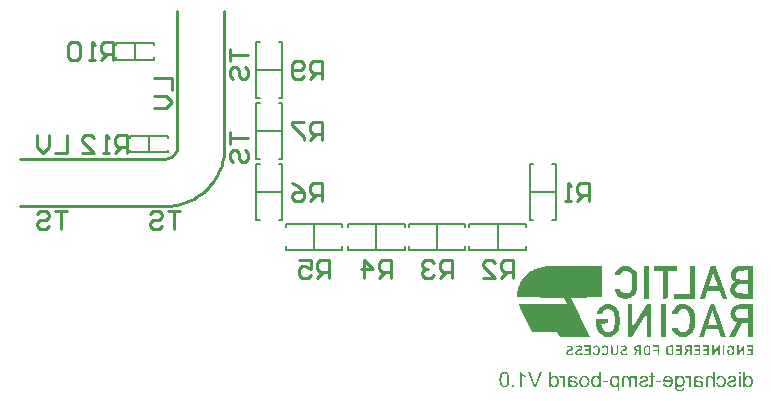
<source format=gbo>
G04*
G04 #@! TF.GenerationSoftware,Altium Limited,Altium Designer,21.7.2 (23)*
G04*
G04 Layer_Color=32896*
%FSLAX25Y25*%
%MOIN*%
G70*
G04*
G04 #@! TF.SameCoordinates,E5E8B68C-8D41-431D-B15D-81AA5E7DC35F*
G04*
G04*
G04 #@! TF.FilePolarity,Positive*
G04*
G01*
G75*
%ADD12C,0.01000*%
%ADD14C,0.00591*%
G36*
X235648Y20817D02*
X235028D01*
Y21524D01*
X235648D01*
Y20817D01*
D02*
G37*
G36*
X189021Y16480D02*
X188445D01*
Y16939D01*
X188372Y16844D01*
X188299Y16764D01*
X188219Y16691D01*
X188131Y16626D01*
X188051Y16575D01*
X187964Y16531D01*
X187884Y16494D01*
X187803Y16465D01*
X187658Y16429D01*
X187592Y16414D01*
X187541Y16407D01*
X187497D01*
X187461Y16400D01*
X187432D01*
X187315Y16407D01*
X187198Y16421D01*
X187089Y16443D01*
X186987Y16480D01*
X186790Y16560D01*
X186710Y16611D01*
X186630Y16655D01*
X186557Y16706D01*
X186498Y16750D01*
X186448Y16793D01*
X186397Y16830D01*
X186360Y16866D01*
X186338Y16888D01*
X186324Y16903D01*
X186316Y16910D01*
X186236Y17012D01*
X186163Y17121D01*
X186098Y17231D01*
X186047Y17355D01*
X186003Y17471D01*
X185966Y17595D01*
X185908Y17829D01*
X185886Y17938D01*
X185872Y18040D01*
X185864Y18127D01*
X185857Y18208D01*
X185850Y18273D01*
Y18317D01*
Y18353D01*
Y18361D01*
X185857Y18507D01*
X185864Y18645D01*
X185886Y18769D01*
X185908Y18878D01*
X185930Y18973D01*
X185944Y19046D01*
X185952Y19068D01*
X185959Y19090D01*
X185966Y19097D01*
Y19104D01*
X186010Y19228D01*
X186061Y19345D01*
X186112Y19447D01*
X186163Y19534D01*
X186207Y19600D01*
X186243Y19651D01*
X186265Y19688D01*
X186273Y19695D01*
X186345Y19782D01*
X186433Y19862D01*
X186513Y19928D01*
X186593Y19979D01*
X186659Y20023D01*
X186717Y20059D01*
X186754Y20074D01*
X186768Y20081D01*
X186878Y20125D01*
X186994Y20161D01*
X187104Y20183D01*
X187198Y20205D01*
X187278Y20212D01*
X187344Y20220D01*
X187402D01*
X187512Y20212D01*
X187621Y20198D01*
X187723Y20176D01*
X187818Y20139D01*
X187986Y20066D01*
X188131Y19972D01*
X188190Y19928D01*
X188248Y19884D01*
X188292Y19840D01*
X188328Y19804D01*
X188365Y19768D01*
X188387Y19746D01*
X188394Y19731D01*
X188401Y19724D01*
Y21524D01*
X189021D01*
Y16480D01*
D02*
G37*
G36*
X227024Y16480D02*
X226404D01*
Y18477D01*
X226397Y18630D01*
X226389Y18762D01*
X226375Y18878D01*
X226353Y18973D01*
X226331Y19046D01*
X226316Y19104D01*
X226309Y19133D01*
X226302Y19148D01*
X226258Y19236D01*
X226207Y19316D01*
X226149Y19381D01*
X226091Y19440D01*
X226040Y19483D01*
X225996Y19512D01*
X225967Y19534D01*
X225959Y19542D01*
X225865Y19593D01*
X225777Y19629D01*
X225690Y19651D01*
X225617Y19673D01*
X225544Y19680D01*
X225493Y19688D01*
X225449D01*
X225318Y19680D01*
X225201Y19651D01*
X225106Y19622D01*
X225026Y19578D01*
X224961Y19542D01*
X224917Y19505D01*
X224888Y19476D01*
X224880Y19469D01*
X224815Y19381D01*
X224764Y19272D01*
X224727Y19163D01*
X224698Y19053D01*
X224683Y18951D01*
X224676Y18871D01*
Y18842D01*
Y18820D01*
Y18805D01*
Y18798D01*
Y16480D01*
X224057D01*
Y18791D01*
X224064Y18980D01*
X224078Y19148D01*
X224100Y19286D01*
X224122Y19403D01*
X224144Y19498D01*
X224166Y19564D01*
X224181Y19600D01*
X224188Y19615D01*
X224246Y19717D01*
X224312Y19804D01*
X224385Y19877D01*
X224450Y19943D01*
X224516Y19994D01*
X224567Y20030D01*
X224603Y20052D01*
X224618Y20059D01*
X224735Y20110D01*
X224851Y20154D01*
X224968Y20183D01*
X225077Y20198D01*
X225172Y20212D01*
X225252Y20220D01*
X225318D01*
X225434Y20212D01*
X225551Y20198D01*
X225660Y20176D01*
X225763Y20139D01*
X225952Y20059D01*
X226032Y20016D01*
X226105Y19972D01*
X226171Y19921D01*
X226236Y19877D01*
X226287Y19833D01*
X226324Y19797D01*
X226360Y19760D01*
X226382Y19738D01*
X226397Y19724D01*
X226404Y19717D01*
Y21524D01*
X227024D01*
Y16480D01*
D02*
G37*
G36*
X215666Y20212D02*
X215826Y20183D01*
X215972Y20139D01*
X216096Y20096D01*
X216198Y20052D01*
X216271Y20008D01*
X216300Y19994D01*
X216322Y19979D01*
X216329Y19972D01*
X216336D01*
X216460Y19877D01*
X216570Y19760D01*
X216665Y19651D01*
X216745Y19542D01*
X216803Y19440D01*
X216847Y19359D01*
X216861Y19330D01*
X216876Y19308D01*
X216883Y19294D01*
Y19286D01*
X216949Y19119D01*
X216993Y18951D01*
X217029Y18791D01*
X217051Y18645D01*
X217066Y18514D01*
Y18463D01*
X217073Y18412D01*
Y18375D01*
Y18346D01*
Y18331D01*
Y18324D01*
X217066Y18186D01*
X217058Y18047D01*
X217007Y17799D01*
X216978Y17683D01*
X216942Y17581D01*
X216905Y17479D01*
X216869Y17391D01*
X216832Y17304D01*
X216796Y17231D01*
X216759Y17172D01*
X216730Y17114D01*
X216701Y17078D01*
X216679Y17041D01*
X216672Y17027D01*
X216665Y17019D01*
X216584Y16925D01*
X216497Y16844D01*
X216402Y16771D01*
X216307Y16706D01*
X216205Y16655D01*
X216110Y16611D01*
X216016Y16575D01*
X215921Y16545D01*
X215833Y16524D01*
X215753Y16509D01*
X215680Y16495D01*
X215615Y16487D01*
X215564D01*
X215527Y16480D01*
X215491D01*
X215382Y16487D01*
X215272Y16502D01*
X215170Y16524D01*
X215075Y16553D01*
X214908Y16633D01*
X214755Y16720D01*
X214696Y16764D01*
X214638Y16808D01*
X214587Y16852D01*
X214550Y16888D01*
X214521Y16917D01*
X214499Y16939D01*
X214485Y16954D01*
X214477Y16961D01*
Y16852D01*
Y16757D01*
X214485Y16662D01*
Y16582D01*
Y16509D01*
X214492Y16443D01*
Y16385D01*
X214499Y16334D01*
X214507Y16261D01*
X214514Y16203D01*
X214521Y16174D01*
Y16166D01*
X214558Y16057D01*
X214609Y15962D01*
X214660Y15882D01*
X214711Y15809D01*
X214762Y15758D01*
X214806Y15714D01*
X214835Y15692D01*
X214842Y15685D01*
X214937Y15627D01*
X215046Y15583D01*
X215156Y15554D01*
X215258Y15532D01*
X215360Y15518D01*
X215433Y15510D01*
X215505D01*
X215644Y15518D01*
X215775Y15540D01*
X215884Y15569D01*
X215972Y15605D01*
X216045Y15634D01*
X216096Y15663D01*
X216125Y15685D01*
X216140Y15692D01*
X216198Y15744D01*
X216242Y15809D01*
X216278Y15875D01*
X216307Y15940D01*
X216322Y16006D01*
X216336Y16057D01*
X216344Y16086D01*
Y16101D01*
X216949Y16181D01*
Y16072D01*
X216934Y15977D01*
X216920Y15882D01*
X216898Y15795D01*
X216832Y15642D01*
X216759Y15518D01*
X216686Y15423D01*
X216628Y15357D01*
X216577Y15314D01*
X216570Y15306D01*
X216563Y15299D01*
X216402Y15197D01*
X216227Y15124D01*
X216052Y15073D01*
X215884Y15036D01*
X215804Y15022D01*
X215731Y15015D01*
X215673Y15007D01*
X215615D01*
X215571Y15000D01*
X215505D01*
X215309Y15007D01*
X215126Y15036D01*
X214966Y15066D01*
X214835Y15109D01*
X214725Y15146D01*
X214682Y15160D01*
X214645Y15182D01*
X214616Y15190D01*
X214594Y15204D01*
X214587Y15211D01*
X214580D01*
X214448Y15292D01*
X214332Y15386D01*
X214237Y15481D01*
X214157Y15569D01*
X214099Y15649D01*
X214062Y15714D01*
X214033Y15758D01*
X214026Y15766D01*
Y15773D01*
X213996Y15846D01*
X213967Y15926D01*
X213945Y16013D01*
X213924Y16108D01*
X213894Y16312D01*
X213873Y16509D01*
X213865Y16604D01*
X213858Y16691D01*
Y16771D01*
X213851Y16837D01*
Y16895D01*
Y16939D01*
Y16968D01*
Y16976D01*
Y20139D01*
X214419D01*
Y19688D01*
X214499Y19782D01*
X214587Y19862D01*
X214674Y19935D01*
X214762Y19994D01*
X214857Y20045D01*
X214944Y20088D01*
X215032Y20125D01*
X215112Y20154D01*
X215192Y20176D01*
X215265Y20190D01*
X215331Y20205D01*
X215382Y20212D01*
X215425Y20220D01*
X215491D01*
X215666Y20212D01*
D02*
G37*
G36*
X162624Y21422D02*
X162704Y21306D01*
X162799Y21189D01*
X162886Y21087D01*
X162974Y21000D01*
X163039Y20927D01*
X163068Y20905D01*
X163090Y20883D01*
X163098Y20876D01*
X163105Y20868D01*
X163258Y20744D01*
X163411Y20628D01*
X163557Y20526D01*
X163703Y20446D01*
X163827Y20373D01*
X163878Y20344D01*
X163921Y20322D01*
X163958Y20300D01*
X163987Y20292D01*
X164002Y20278D01*
X164009D01*
Y19680D01*
X163900Y19724D01*
X163790Y19775D01*
X163681Y19826D01*
X163579Y19877D01*
X163491Y19921D01*
X163418Y19957D01*
X163375Y19986D01*
X163367Y19994D01*
X163360D01*
X163229Y20074D01*
X163112Y20154D01*
X163010Y20227D01*
X162930Y20292D01*
X162857Y20344D01*
X162813Y20387D01*
X162777Y20416D01*
X162770Y20424D01*
Y16480D01*
X162150D01*
Y21546D01*
X162551D01*
X162624Y21422D01*
D02*
G37*
G36*
X199628Y20212D02*
X199752Y20190D01*
X199861Y20169D01*
X199956Y20139D01*
X200036Y20103D01*
X200094Y20081D01*
X200131Y20059D01*
X200145Y20052D01*
X200248Y19986D01*
X200335Y19914D01*
X200415Y19840D01*
X200481Y19768D01*
X200532Y19709D01*
X200575Y19658D01*
X200597Y19629D01*
X200605Y19615D01*
Y20139D01*
X201159D01*
Y16480D01*
X200539D01*
Y18375D01*
X200532Y18550D01*
X200524Y18703D01*
X200510Y18835D01*
X200488Y18944D01*
X200466Y19024D01*
X200452Y19082D01*
X200444Y19119D01*
X200437Y19133D01*
X200393Y19228D01*
X200342Y19308D01*
X200291Y19381D01*
X200240Y19440D01*
X200189Y19483D01*
X200153Y19512D01*
X200124Y19534D01*
X200116Y19542D01*
X200029Y19585D01*
X199949Y19622D01*
X199861Y19644D01*
X199788Y19666D01*
X199730Y19673D01*
X199679Y19680D01*
X199635D01*
X199511Y19673D01*
X199409Y19651D01*
X199322Y19615D01*
X199256Y19578D01*
X199205Y19534D01*
X199169Y19505D01*
X199147Y19476D01*
X199139Y19469D01*
X199088Y19381D01*
X199052Y19286D01*
X199023Y19184D01*
X199008Y19082D01*
X198994Y18995D01*
X198986Y18915D01*
Y18886D01*
Y18871D01*
Y18856D01*
Y18849D01*
Y16480D01*
X198367D01*
Y18601D01*
X198352Y18798D01*
X198323Y18966D01*
X198286Y19104D01*
X198235Y19221D01*
X198192Y19308D01*
X198148Y19367D01*
X198119Y19403D01*
X198111Y19418D01*
X198009Y19505D01*
X197900Y19571D01*
X197791Y19615D01*
X197689Y19651D01*
X197601Y19666D01*
X197528Y19673D01*
X197499Y19680D01*
X197463D01*
X197382Y19673D01*
X197317Y19666D01*
X197251Y19651D01*
X197200Y19629D01*
X197149Y19607D01*
X197120Y19593D01*
X197098Y19585D01*
X197091Y19578D01*
X197033Y19534D01*
X196989Y19491D01*
X196952Y19447D01*
X196923Y19403D01*
X196901Y19367D01*
X196887Y19338D01*
X196872Y19316D01*
Y19308D01*
X196850Y19243D01*
X196836Y19155D01*
X196828Y19068D01*
X196821Y18980D01*
X196814Y18900D01*
Y18835D01*
Y18791D01*
Y18783D01*
Y18776D01*
Y16480D01*
X196194D01*
Y18988D01*
Y19104D01*
X196209Y19206D01*
X196223Y19308D01*
X196238Y19396D01*
X196260Y19483D01*
X196289Y19556D01*
X196311Y19622D01*
X196340Y19688D01*
X196369Y19738D01*
X196391Y19790D01*
X196442Y19855D01*
X196471Y19899D01*
X196486Y19914D01*
X196602Y20016D01*
X196741Y20088D01*
X196879Y20147D01*
X197011Y20183D01*
X197135Y20205D01*
X197186Y20212D01*
X197237D01*
X197273Y20220D01*
X197324D01*
X197455Y20212D01*
X197572Y20190D01*
X197689Y20161D01*
X197798Y20118D01*
X197900Y20066D01*
X197995Y20016D01*
X198075Y19957D01*
X198155Y19899D01*
X198228Y19833D01*
X198286Y19775D01*
X198337Y19724D01*
X198381Y19673D01*
X198418Y19629D01*
X198440Y19600D01*
X198454Y19578D01*
X198461Y19571D01*
X198505Y19680D01*
X198564Y19775D01*
X198629Y19855D01*
X198687Y19921D01*
X198746Y19979D01*
X198790Y20016D01*
X198819Y20037D01*
X198833Y20045D01*
X198935Y20103D01*
X199045Y20147D01*
X199154Y20176D01*
X199263Y20198D01*
X199351Y20212D01*
X199431Y20220D01*
X199497D01*
X199628Y20212D01*
D02*
G37*
G36*
X221731Y20212D02*
X221884Y20198D01*
X222030Y20176D01*
X222147Y20154D01*
X222249Y20132D01*
X222322Y20110D01*
X222351Y20103D01*
X222373Y20096D01*
X222380Y20088D01*
X222387D01*
X222511Y20037D01*
X222621Y19972D01*
X222715Y19914D01*
X222795Y19855D01*
X222854Y19797D01*
X222898Y19753D01*
X222927Y19724D01*
X222934Y19717D01*
X223000Y19622D01*
X223058Y19520D01*
X223102Y19418D01*
X223138Y19323D01*
X223167Y19228D01*
X223189Y19163D01*
X223196Y19133D01*
Y19112D01*
X223204Y19104D01*
Y19097D01*
X222599Y19017D01*
X222555Y19148D01*
X222511Y19265D01*
X222460Y19359D01*
X222416Y19432D01*
X222373Y19491D01*
X222336Y19527D01*
X222307Y19549D01*
X222300Y19556D01*
X222212Y19607D01*
X222110Y19644D01*
X222001Y19673D01*
X221899Y19688D01*
X221797Y19702D01*
X221724Y19709D01*
X221651D01*
X221483Y19702D01*
X221337Y19680D01*
X221221Y19644D01*
X221119Y19607D01*
X221046Y19564D01*
X220988Y19534D01*
X220951Y19505D01*
X220944Y19498D01*
X220885Y19432D01*
X220842Y19352D01*
X220805Y19265D01*
X220783Y19177D01*
X220769Y19097D01*
X220761Y19024D01*
Y18980D01*
Y18973D01*
Y18966D01*
Y18951D01*
Y18922D01*
Y18871D01*
X220769Y18827D01*
Y18813D01*
Y18805D01*
X220842Y18783D01*
X220922Y18762D01*
X221090Y18718D01*
X221279Y18681D01*
X221454Y18645D01*
X221542Y18630D01*
X221622Y18623D01*
X221695Y18609D01*
X221753Y18601D01*
X221804Y18594D01*
X221840D01*
X221870Y18587D01*
X221877D01*
X222008Y18572D01*
X222117Y18550D01*
X222212Y18536D01*
X222285Y18521D01*
X222343Y18514D01*
X222387Y18499D01*
X222416Y18492D01*
X222424D01*
X222518Y18463D01*
X222599Y18434D01*
X222679Y18397D01*
X222744Y18368D01*
X222803Y18339D01*
X222839Y18310D01*
X222868Y18295D01*
X222876Y18288D01*
X222949Y18237D01*
X223007Y18178D01*
X223065Y18120D01*
X223109Y18062D01*
X223145Y18011D01*
X223175Y17967D01*
X223189Y17938D01*
X223196Y17931D01*
X223233Y17850D01*
X223262Y17763D01*
X223284Y17683D01*
X223298Y17603D01*
X223306Y17537D01*
X223313Y17486D01*
Y17457D01*
Y17442D01*
X223306Y17355D01*
X223298Y17282D01*
X223262Y17129D01*
X223211Y17005D01*
X223153Y16895D01*
X223094Y16808D01*
X223043Y16742D01*
X223007Y16706D01*
X222992Y16691D01*
X222861Y16597D01*
X222715Y16524D01*
X222555Y16473D01*
X222409Y16436D01*
X222278Y16414D01*
X222219Y16407D01*
X222168D01*
X222125Y16400D01*
X222066D01*
X221935Y16407D01*
X221804Y16421D01*
X221687Y16436D01*
X221585Y16458D01*
X221505Y16480D01*
X221440Y16502D01*
X221396Y16509D01*
X221381Y16516D01*
X221257Y16567D01*
X221141Y16633D01*
X221031Y16706D01*
X220922Y16771D01*
X220834Y16837D01*
X220769Y16888D01*
X220725Y16925D01*
X220718Y16939D01*
X220710D01*
X220696Y16844D01*
X220681Y16757D01*
X220667Y16677D01*
X220645Y16611D01*
X220623Y16553D01*
X220608Y16516D01*
X220601Y16487D01*
X220594Y16480D01*
X219945D01*
X219982Y16560D01*
X220018Y16640D01*
X220047Y16713D01*
X220062Y16779D01*
X220084Y16837D01*
X220091Y16881D01*
X220098Y16910D01*
Y16917D01*
X220105Y16968D01*
X220113Y17034D01*
Y17107D01*
X220120Y17187D01*
X220127Y17369D01*
Y17551D01*
X220135Y17727D01*
Y17807D01*
Y17872D01*
Y17931D01*
Y17974D01*
Y18003D01*
Y18011D01*
Y18842D01*
Y18980D01*
X220142Y19104D01*
X220149Y19199D01*
Y19279D01*
X220156Y19338D01*
X220164Y19381D01*
X220171Y19403D01*
Y19410D01*
X220193Y19505D01*
X220222Y19585D01*
X220251Y19651D01*
X220288Y19717D01*
X220317Y19760D01*
X220339Y19797D01*
X220353Y19819D01*
X220361Y19826D01*
X220419Y19884D01*
X220484Y19943D01*
X220557Y19986D01*
X220630Y20030D01*
X220696Y20059D01*
X220747Y20081D01*
X220783Y20096D01*
X220798Y20103D01*
X220915Y20139D01*
X221039Y20169D01*
X221163Y20190D01*
X221286Y20205D01*
X221396Y20212D01*
X221476Y20220D01*
X221556D01*
X221731Y20212D01*
D02*
G37*
G36*
X179792Y20212D02*
X179945Y20198D01*
X180091Y20176D01*
X180207Y20154D01*
X180309Y20132D01*
X180382Y20110D01*
X180411Y20103D01*
X180433Y20096D01*
X180440Y20088D01*
X180448D01*
X180572Y20037D01*
X180681Y19972D01*
X180776Y19914D01*
X180856Y19855D01*
X180914Y19797D01*
X180958Y19753D01*
X180987Y19724D01*
X180995Y19717D01*
X181060Y19622D01*
X181119Y19520D01*
X181162Y19418D01*
X181199Y19323D01*
X181228Y19228D01*
X181250Y19163D01*
X181257Y19133D01*
Y19112D01*
X181264Y19104D01*
Y19097D01*
X180659Y19017D01*
X180615Y19148D01*
X180572Y19265D01*
X180521Y19359D01*
X180477Y19432D01*
X180433Y19491D01*
X180397Y19527D01*
X180368Y19549D01*
X180360Y19556D01*
X180273Y19607D01*
X180171Y19644D01*
X180061Y19673D01*
X179959Y19688D01*
X179857Y19702D01*
X179784Y19709D01*
X179711D01*
X179544Y19702D01*
X179398Y19680D01*
X179281Y19644D01*
X179179Y19607D01*
X179106Y19564D01*
X179048Y19534D01*
X179012Y19505D01*
X179004Y19498D01*
X178946Y19432D01*
X178902Y19352D01*
X178866Y19265D01*
X178844Y19177D01*
X178829Y19097D01*
X178822Y19024D01*
Y18980D01*
Y18973D01*
Y18966D01*
Y18951D01*
Y18922D01*
Y18871D01*
X178829Y18827D01*
Y18813D01*
Y18805D01*
X178902Y18783D01*
X178982Y18762D01*
X179150Y18718D01*
X179340Y18681D01*
X179515Y18645D01*
X179602Y18630D01*
X179682Y18623D01*
X179755Y18609D01*
X179814Y18601D01*
X179865Y18594D01*
X179901D01*
X179930Y18587D01*
X179938D01*
X180069Y18572D01*
X180178Y18550D01*
X180273Y18536D01*
X180346Y18521D01*
X180404Y18514D01*
X180448Y18499D01*
X180477Y18492D01*
X180484D01*
X180579Y18463D01*
X180659Y18434D01*
X180739Y18397D01*
X180805Y18368D01*
X180863Y18339D01*
X180900Y18310D01*
X180929Y18295D01*
X180936Y18288D01*
X181009Y18237D01*
X181068Y18178D01*
X181126Y18120D01*
X181169Y18062D01*
X181206Y18011D01*
X181235Y17967D01*
X181250Y17938D01*
X181257Y17931D01*
X181293Y17850D01*
X181323Y17763D01*
X181344Y17683D01*
X181359Y17603D01*
X181366Y17537D01*
X181374Y17486D01*
Y17457D01*
Y17442D01*
X181366Y17355D01*
X181359Y17282D01*
X181323Y17129D01*
X181272Y17005D01*
X181213Y16895D01*
X181155Y16808D01*
X181104Y16742D01*
X181068Y16706D01*
X181053Y16691D01*
X180922Y16597D01*
X180776Y16524D01*
X180615Y16473D01*
X180470Y16436D01*
X180339Y16414D01*
X180280Y16407D01*
X180229D01*
X180185Y16400D01*
X180127D01*
X179996Y16407D01*
X179865Y16421D01*
X179748Y16436D01*
X179646Y16458D01*
X179566Y16480D01*
X179500Y16502D01*
X179456Y16509D01*
X179442Y16516D01*
X179318Y16567D01*
X179201Y16633D01*
X179092Y16706D01*
X178982Y16771D01*
X178895Y16837D01*
X178829Y16888D01*
X178786Y16925D01*
X178778Y16939D01*
X178771D01*
X178756Y16844D01*
X178742Y16757D01*
X178727Y16677D01*
X178706Y16611D01*
X178684Y16553D01*
X178669Y16516D01*
X178662Y16487D01*
X178655Y16480D01*
X178006D01*
X178042Y16560D01*
X178079Y16640D01*
X178108Y16713D01*
X178122Y16779D01*
X178144Y16837D01*
X178152Y16881D01*
X178159Y16910D01*
Y16917D01*
X178166Y16968D01*
X178173Y17034D01*
Y17107D01*
X178181Y17187D01*
X178188Y17369D01*
Y17551D01*
X178195Y17726D01*
Y17807D01*
Y17872D01*
Y17931D01*
Y17974D01*
Y18003D01*
Y18011D01*
Y18842D01*
Y18980D01*
X178202Y19104D01*
X178210Y19199D01*
Y19279D01*
X178217Y19338D01*
X178224Y19381D01*
X178232Y19403D01*
Y19410D01*
X178253Y19505D01*
X178283Y19585D01*
X178312Y19651D01*
X178348Y19717D01*
X178377Y19760D01*
X178399Y19797D01*
X178414Y19819D01*
X178421Y19826D01*
X178480Y19884D01*
X178545Y19943D01*
X178618Y19986D01*
X178691Y20030D01*
X178756Y20059D01*
X178808Y20081D01*
X178844Y20096D01*
X178859Y20103D01*
X178975Y20139D01*
X179099Y20169D01*
X179223Y20190D01*
X179347Y20205D01*
X179456Y20212D01*
X179537Y20220D01*
X179617D01*
X179792Y20212D01*
D02*
G37*
G36*
X209236Y17996D02*
X207319D01*
Y18616D01*
X209236D01*
Y17996D01*
D02*
G37*
G36*
X191602D02*
X189684D01*
Y18616D01*
X191602D01*
Y17996D01*
D02*
G37*
G36*
X167501Y16480D02*
X166801D01*
X164833Y21524D01*
X165511D01*
X166881Y17858D01*
X166939Y17705D01*
X166990Y17559D01*
X167034Y17420D01*
X167071Y17296D01*
X167107Y17187D01*
X167129Y17107D01*
X167136Y17078D01*
X167144Y17056D01*
X167151Y17041D01*
Y17034D01*
X167238Y17325D01*
X167282Y17464D01*
X167326Y17588D01*
X167362Y17697D01*
X167377Y17741D01*
X167384Y17785D01*
X167399Y17814D01*
X167406Y17836D01*
X167413Y17850D01*
Y17858D01*
X168726Y21524D01*
X169455D01*
X167501Y16480D01*
D02*
G37*
G36*
X206539Y21043D02*
Y20139D01*
X206998D01*
Y19658D01*
X206539D01*
Y17544D01*
Y17442D01*
Y17355D01*
X206531Y17275D01*
X206524Y17194D01*
Y17129D01*
X206517Y17070D01*
X206502Y16976D01*
X206488Y16903D01*
X206480Y16852D01*
X206466Y16823D01*
Y16815D01*
X206437Y16750D01*
X206393Y16699D01*
X206349Y16647D01*
X206313Y16611D01*
X206269Y16575D01*
X206240Y16553D01*
X206218Y16538D01*
X206211Y16531D01*
X206131Y16494D01*
X206050Y16473D01*
X205963Y16451D01*
X205875Y16443D01*
X205802Y16436D01*
X205744Y16429D01*
X205686D01*
X205525Y16436D01*
X205445Y16443D01*
X205372Y16458D01*
X205307Y16465D01*
X205256Y16473D01*
X205226Y16480D01*
X205212D01*
X205292Y17027D01*
X205350Y17019D01*
X205409Y17012D01*
X205460D01*
X205496Y17005D01*
X205569D01*
X205664Y17012D01*
X205730Y17027D01*
X205766Y17041D01*
X205781Y17049D01*
X205832Y17085D01*
X205861Y17121D01*
X205883Y17151D01*
X205890Y17165D01*
X205897Y17202D01*
X205905Y17253D01*
X205912Y17369D01*
X205919Y17420D01*
Y17464D01*
Y17493D01*
Y17508D01*
Y19658D01*
X205292D01*
Y20139D01*
X205919D01*
Y21415D01*
X206539Y21043D01*
D02*
G37*
G36*
X229247Y20212D02*
X229408Y20183D01*
X229561Y20147D01*
X229684Y20110D01*
X229794Y20067D01*
X229838Y20045D01*
X229874Y20030D01*
X229903Y20016D01*
X229925Y20001D01*
X229940Y19994D01*
X229947D01*
X230085Y19906D01*
X230209Y19797D01*
X230311Y19688D01*
X230399Y19578D01*
X230465Y19483D01*
X230508Y19403D01*
X230523Y19374D01*
X230537Y19352D01*
X230545Y19338D01*
Y19330D01*
X230610Y19155D01*
X230654Y18980D01*
X230691Y18805D01*
X230712Y18645D01*
X230720Y18572D01*
X230727Y18507D01*
Y18448D01*
X230734Y18397D01*
Y18353D01*
Y18324D01*
Y18302D01*
Y18295D01*
X230727Y18127D01*
X230712Y17974D01*
X230691Y17821D01*
X230661Y17690D01*
X230632Y17559D01*
X230588Y17449D01*
X230552Y17340D01*
X230508Y17245D01*
X230465Y17165D01*
X230428Y17092D01*
X230384Y17027D01*
X230355Y16976D01*
X230326Y16939D01*
X230304Y16910D01*
X230290Y16895D01*
X230282Y16888D01*
X230195Y16801D01*
X230100Y16728D01*
X230005Y16662D01*
X229903Y16604D01*
X229801Y16560D01*
X229706Y16516D01*
X229509Y16458D01*
X229422Y16443D01*
X229342Y16429D01*
X229269Y16414D01*
X229203Y16407D01*
X229152Y16400D01*
X229079D01*
X228970Y16407D01*
X228861Y16414D01*
X228671Y16458D01*
X228496Y16509D01*
X228350Y16575D01*
X228292Y16611D01*
X228234Y16640D01*
X228183Y16669D01*
X228146Y16699D01*
X228117Y16720D01*
X228095Y16735D01*
X228081Y16742D01*
X228073Y16750D01*
X228000Y16823D01*
X227935Y16895D01*
X227818Y17056D01*
X227724Y17223D01*
X227658Y17377D01*
X227607Y17522D01*
X227592Y17581D01*
X227578Y17639D01*
X227570Y17683D01*
X227563Y17712D01*
X227556Y17734D01*
Y17741D01*
X228168Y17821D01*
X228197Y17661D01*
X228241Y17515D01*
X228299Y17398D01*
X228350Y17304D01*
X228401Y17223D01*
X228445Y17172D01*
X228467Y17136D01*
X228482Y17129D01*
X228576Y17056D01*
X228678Y17005D01*
X228781Y16961D01*
X228875Y16939D01*
X228956Y16925D01*
X229028Y16917D01*
X229072Y16910D01*
X229087D01*
X229167Y16917D01*
X229247Y16925D01*
X229393Y16961D01*
X229517Y17012D01*
X229626Y17078D01*
X229706Y17136D01*
X229772Y17187D01*
X229808Y17223D01*
X229823Y17238D01*
X229874Y17304D01*
X229918Y17384D01*
X229983Y17544D01*
X230034Y17727D01*
X230064Y17901D01*
X230085Y18062D01*
X230093Y18127D01*
Y18193D01*
X230100Y18237D01*
Y18281D01*
Y18302D01*
Y18310D01*
Y18441D01*
X230085Y18565D01*
X230071Y18681D01*
X230056Y18783D01*
X230034Y18878D01*
X230005Y18966D01*
X229983Y19046D01*
X229954Y19119D01*
X229925Y19177D01*
X229903Y19228D01*
X229874Y19272D01*
X229852Y19308D01*
X229838Y19338D01*
X229823Y19359D01*
X229808Y19367D01*
Y19374D01*
X229750Y19432D01*
X229692Y19483D01*
X229568Y19571D01*
X229437Y19629D01*
X229320Y19666D01*
X229211Y19695D01*
X229130Y19702D01*
X229094Y19709D01*
X229050D01*
X228941Y19702D01*
X228839Y19680D01*
X228751Y19651D01*
X228671Y19615D01*
X228613Y19578D01*
X228562Y19549D01*
X228533Y19527D01*
X228525Y19520D01*
X228452Y19447D01*
X228387Y19359D01*
X228328Y19265D01*
X228292Y19177D01*
X228256Y19097D01*
X228234Y19031D01*
X228226Y18988D01*
X228219Y18980D01*
Y18973D01*
X227614Y19068D01*
X227665Y19265D01*
X227738Y19432D01*
X227818Y19578D01*
X227898Y19695D01*
X227979Y19790D01*
X228044Y19855D01*
X228088Y19899D01*
X228095Y19914D01*
X228103D01*
X228256Y20016D01*
X228416Y20088D01*
X228576Y20147D01*
X228730Y20183D01*
X228868Y20205D01*
X228926Y20212D01*
X228970D01*
X229014Y20220D01*
X229072D01*
X229247Y20212D01*
D02*
G37*
G36*
X211554D02*
X211685Y20198D01*
X211809Y20176D01*
X211926Y20139D01*
X212035Y20103D01*
X212137Y20059D01*
X212232Y20016D01*
X212312Y19964D01*
X212393Y19921D01*
X212458Y19870D01*
X212516Y19826D01*
X212560Y19790D01*
X212597Y19753D01*
X212626Y19731D01*
X212641Y19717D01*
X212648Y19709D01*
X212728Y19607D01*
X212801Y19498D01*
X212866Y19389D01*
X212925Y19272D01*
X212968Y19148D01*
X213005Y19031D01*
X213063Y18798D01*
X213085Y18696D01*
X213100Y18594D01*
X213107Y18507D01*
X213114Y18426D01*
X213122Y18361D01*
Y18317D01*
Y18281D01*
Y18273D01*
X213114Y18113D01*
X213100Y17960D01*
X213078Y17814D01*
X213049Y17683D01*
X213012Y17559D01*
X212976Y17442D01*
X212932Y17340D01*
X212888Y17245D01*
X212845Y17165D01*
X212801Y17092D01*
X212764Y17034D01*
X212728Y16983D01*
X212699Y16939D01*
X212677Y16910D01*
X212662Y16895D01*
X212655Y16888D01*
X212560Y16801D01*
X212466Y16728D01*
X212363Y16662D01*
X212254Y16604D01*
X212152Y16560D01*
X212043Y16516D01*
X211839Y16458D01*
X211744Y16443D01*
X211656Y16429D01*
X211576Y16414D01*
X211510Y16407D01*
X211459Y16400D01*
X211379D01*
X211153Y16414D01*
X210949Y16451D01*
X210767Y16494D01*
X210694Y16524D01*
X210621Y16553D01*
X210556Y16582D01*
X210497Y16611D01*
X210454Y16633D01*
X210410Y16655D01*
X210381Y16677D01*
X210359Y16691D01*
X210344Y16706D01*
X210337D01*
X210191Y16837D01*
X210074Y16976D01*
X209972Y17121D01*
X209899Y17260D01*
X209841Y17384D01*
X209819Y17442D01*
X209797Y17486D01*
X209783Y17530D01*
X209775Y17559D01*
X209768Y17573D01*
Y17581D01*
X210410Y17661D01*
X210468Y17522D01*
X210534Y17406D01*
X210599Y17304D01*
X210658Y17223D01*
X210709Y17165D01*
X210752Y17121D01*
X210789Y17092D01*
X210796Y17085D01*
X210891Y17027D01*
X210986Y16983D01*
X211088Y16954D01*
X211175Y16932D01*
X211255Y16917D01*
X211321Y16910D01*
X211379D01*
X211467Y16917D01*
X211547Y16925D01*
X211693Y16961D01*
X211824Y17012D01*
X211941Y17070D01*
X212028Y17121D01*
X212094Y17172D01*
X212137Y17209D01*
X212145Y17223D01*
X212152D01*
X212254Y17355D01*
X212334Y17501D01*
X212393Y17661D01*
X212436Y17807D01*
X212458Y17938D01*
X212473Y17996D01*
X212480Y18047D01*
Y18091D01*
X212487Y18120D01*
Y18142D01*
Y18149D01*
X209754Y18149D01*
X209746Y18222D01*
Y18273D01*
Y18302D01*
Y18310D01*
X209754Y18477D01*
X209768Y18630D01*
X209790Y18776D01*
X209819Y18915D01*
X209856Y19039D01*
X209892Y19155D01*
X209936Y19257D01*
X209980Y19352D01*
X210023Y19440D01*
X210067Y19512D01*
X210104Y19571D01*
X210140Y19622D01*
X210169Y19666D01*
X210191Y19695D01*
X210206Y19709D01*
X210213Y19717D01*
X210300Y19804D01*
X210395Y19884D01*
X210497Y19950D01*
X210599Y20008D01*
X210701Y20059D01*
X210796Y20096D01*
X210898Y20132D01*
X210986Y20154D01*
X211080Y20176D01*
X211161Y20190D01*
X211233Y20205D01*
X211292Y20212D01*
X211343Y20220D01*
X211416D01*
X211554Y20212D01*
D02*
G37*
G36*
X235648Y16480D02*
X235028D01*
Y20139D01*
X235648D01*
Y16480D01*
D02*
G37*
G36*
X217918Y20212D02*
X217991Y20198D01*
X218064Y20176D01*
X218123Y20154D01*
X218166Y20132D01*
X218210Y20110D01*
X218232Y20096D01*
X218239Y20088D01*
X218305Y20030D01*
X218370Y19957D01*
X218436Y19870D01*
X218494Y19790D01*
X218553Y19709D01*
X218589Y19644D01*
X218618Y19593D01*
X218626Y19585D01*
Y20139D01*
X219187D01*
Y16480D01*
X218567D01*
Y18390D01*
X218560Y18536D01*
X218553Y18667D01*
X218538Y18791D01*
X218516Y18900D01*
X218494Y18988D01*
X218480Y19053D01*
X218473Y19097D01*
X218465Y19112D01*
X218436Y19192D01*
X218400Y19257D01*
X218363Y19316D01*
X218327Y19367D01*
X218290Y19403D01*
X218268Y19432D01*
X218247Y19447D01*
X218239Y19454D01*
X218181Y19498D01*
X218115Y19527D01*
X218050Y19549D01*
X217999Y19564D01*
X217948Y19571D01*
X217911Y19578D01*
X217875D01*
X217794Y19571D01*
X217714Y19556D01*
X217634Y19534D01*
X217568Y19512D01*
X217510Y19491D01*
X217466Y19469D01*
X217437Y19454D01*
X217430Y19447D01*
X217204Y20016D01*
X217328Y20081D01*
X217445Y20132D01*
X217547Y20169D01*
X217641Y20198D01*
X217722Y20212D01*
X217787Y20220D01*
X217838D01*
X217918Y20212D01*
D02*
G37*
G36*
X175979Y20212D02*
X176052Y20198D01*
X176125Y20176D01*
X176183Y20154D01*
X176227Y20132D01*
X176271Y20110D01*
X176293Y20096D01*
X176300Y20088D01*
X176365Y20030D01*
X176431Y19957D01*
X176497Y19870D01*
X176555Y19790D01*
X176613Y19709D01*
X176650Y19644D01*
X176679Y19593D01*
X176686Y19585D01*
Y20139D01*
X177248D01*
Y16480D01*
X176628D01*
Y18390D01*
X176621Y18536D01*
X176613Y18667D01*
X176599Y18791D01*
X176577Y18900D01*
X176555Y18988D01*
X176540Y19053D01*
X176533Y19097D01*
X176526Y19112D01*
X176497Y19192D01*
X176460Y19257D01*
X176424Y19316D01*
X176387Y19367D01*
X176351Y19403D01*
X176329Y19432D01*
X176307Y19447D01*
X176300Y19454D01*
X176242Y19498D01*
X176176Y19527D01*
X176110Y19549D01*
X176059Y19564D01*
X176008Y19571D01*
X175972Y19578D01*
X175935D01*
X175855Y19571D01*
X175775Y19556D01*
X175695Y19534D01*
X175629Y19512D01*
X175571Y19491D01*
X175527Y19469D01*
X175498Y19454D01*
X175491Y19447D01*
X175265Y20016D01*
X175389Y20081D01*
X175505Y20132D01*
X175607Y20169D01*
X175702Y20198D01*
X175782Y20212D01*
X175848Y20220D01*
X175899D01*
X175979Y20212D01*
D02*
G37*
G36*
X160211Y16480D02*
X159504D01*
Y17187D01*
X160211D01*
Y16480D01*
D02*
G37*
G36*
X237251Y19717D02*
X237317Y19797D01*
X237390Y19862D01*
X237456Y19928D01*
X237528Y19979D01*
X237587Y20016D01*
X237631Y20052D01*
X237660Y20067D01*
X237674Y20074D01*
X237769Y20125D01*
X237871Y20161D01*
X237973Y20183D01*
X238068Y20205D01*
X238148Y20212D01*
X238207Y20220D01*
X238265D01*
X238425Y20212D01*
X238578Y20183D01*
X238717Y20147D01*
X238833Y20103D01*
X238935Y20052D01*
X239008Y20016D01*
X239038Y20001D01*
X239059Y19986D01*
X239067Y19979D01*
X239074D01*
X239205Y19884D01*
X239315Y19768D01*
X239409Y19658D01*
X239482Y19549D01*
X239541Y19447D01*
X239584Y19367D01*
X239599Y19338D01*
X239614Y19316D01*
X239621Y19301D01*
Y19294D01*
X239679Y19126D01*
X239723Y18951D01*
X239759Y18783D01*
X239781Y18630D01*
X239796Y18499D01*
Y18441D01*
X239803Y18397D01*
Y18353D01*
Y18324D01*
Y18310D01*
Y18302D01*
X239796Y18098D01*
X239774Y17909D01*
X239737Y17741D01*
X239701Y17595D01*
X239686Y17530D01*
X239672Y17479D01*
X239650Y17428D01*
X239635Y17384D01*
X239621Y17355D01*
X239614Y17333D01*
X239606Y17318D01*
Y17311D01*
X239526Y17158D01*
X239431Y17027D01*
X239336Y16910D01*
X239242Y16815D01*
X239161Y16742D01*
X239096Y16684D01*
X239052Y16655D01*
X239045Y16640D01*
X239038D01*
X238899Y16560D01*
X238760Y16502D01*
X238622Y16458D01*
X238498Y16429D01*
X238396Y16414D01*
X238309Y16407D01*
X238279Y16400D01*
X238236D01*
X238112Y16407D01*
X237995Y16421D01*
X237886Y16451D01*
X237791Y16487D01*
X237696Y16524D01*
X237609Y16567D01*
X237536Y16618D01*
X237470Y16669D01*
X237405Y16720D01*
X237354Y16771D01*
X237310Y16815D01*
X237273Y16852D01*
X237244Y16888D01*
X237222Y16917D01*
X237215Y16932D01*
X237208Y16939D01*
Y16480D01*
X236632D01*
Y21524D01*
X237251D01*
Y19717D01*
D02*
G37*
G36*
X233089Y20205D02*
X233176Y20198D01*
X233257Y20183D01*
X233322Y20169D01*
X233373Y20154D01*
X233402Y20147D01*
X233417Y20139D01*
X233504Y20110D01*
X233585Y20081D01*
X233650Y20052D01*
X233709Y20023D01*
X233752Y20001D01*
X233782Y19979D01*
X233803Y19972D01*
X233811Y19964D01*
X233884Y19914D01*
X233942Y19855D01*
X233993Y19790D01*
X234037Y19738D01*
X234073Y19688D01*
X234095Y19651D01*
X234109Y19622D01*
X234117Y19615D01*
X234153Y19534D01*
X234182Y19462D01*
X234197Y19381D01*
X234212Y19316D01*
X234219Y19250D01*
X234226Y19206D01*
Y19177D01*
Y19163D01*
X234219Y19060D01*
X234204Y18973D01*
X234182Y18886D01*
X234160Y18813D01*
X234139Y18754D01*
X234117Y18703D01*
X234102Y18674D01*
X234095Y18667D01*
X234037Y18587D01*
X233971Y18521D01*
X233905Y18463D01*
X233840Y18412D01*
X233782Y18375D01*
X233738Y18346D01*
X233709Y18331D01*
X233694Y18324D01*
X233643Y18302D01*
X233577Y18273D01*
X233432Y18222D01*
X233278Y18178D01*
X233118Y18127D01*
X232980Y18091D01*
X232914Y18069D01*
X232856Y18055D01*
X232812Y18040D01*
X232775Y18033D01*
X232754Y18025D01*
X232746D01*
X232651Y18003D01*
X232571Y17982D01*
X232498Y17960D01*
X232433Y17938D01*
X232375Y17923D01*
X232324Y17901D01*
X232236Y17872D01*
X232178Y17850D01*
X232141Y17829D01*
X232119Y17821D01*
X232112Y17814D01*
X232046Y17770D01*
X232003Y17712D01*
X231966Y17661D01*
X231944Y17610D01*
X231930Y17559D01*
X231923Y17522D01*
Y17493D01*
Y17486D01*
X231930Y17398D01*
X231952Y17325D01*
X231988Y17253D01*
X232025Y17194D01*
X232068Y17143D01*
X232098Y17107D01*
X232127Y17085D01*
X232134Y17078D01*
X232221Y17019D01*
X232316Y16983D01*
X232425Y16954D01*
X232528Y16932D01*
X232622Y16917D01*
X232695Y16910D01*
X232768D01*
X232921Y16917D01*
X233052Y16939D01*
X233162Y16968D01*
X233257Y17005D01*
X233330Y17041D01*
X233388Y17070D01*
X233417Y17092D01*
X233432Y17099D01*
X233512Y17180D01*
X233577Y17275D01*
X233621Y17369D01*
X233658Y17457D01*
X233687Y17537D01*
X233701Y17610D01*
X233716Y17654D01*
Y17661D01*
Y17668D01*
X234328Y17573D01*
X234277Y17369D01*
X234212Y17187D01*
X234131Y17041D01*
X234051Y16917D01*
X233978Y16815D01*
X233913Y16750D01*
X233869Y16706D01*
X233862Y16699D01*
X233854Y16691D01*
X233782Y16640D01*
X233701Y16597D01*
X233526Y16524D01*
X233344Y16473D01*
X233169Y16436D01*
X233089Y16421D01*
X233016Y16414D01*
X232943Y16407D01*
X232885D01*
X232834Y16400D01*
X232768D01*
X232608Y16407D01*
X232469Y16421D01*
X232338Y16443D01*
X232221Y16473D01*
X232127Y16502D01*
X232054Y16524D01*
X232010Y16538D01*
X232003Y16545D01*
X231995D01*
X231872Y16611D01*
X231769Y16677D01*
X231682Y16750D01*
X231602Y16815D01*
X231543Y16873D01*
X231507Y16925D01*
X231478Y16954D01*
X231470Y16968D01*
X231412Y17070D01*
X231368Y17180D01*
X231332Y17275D01*
X231310Y17362D01*
X231296Y17442D01*
X231288Y17501D01*
Y17537D01*
Y17551D01*
X231296Y17668D01*
X231310Y17770D01*
X231339Y17858D01*
X231361Y17938D01*
X231390Y18003D01*
X231419Y18047D01*
X231434Y18076D01*
X231441Y18084D01*
X231500Y18157D01*
X231565Y18222D01*
X231631Y18281D01*
X231697Y18324D01*
X231762Y18361D01*
X231806Y18383D01*
X231835Y18397D01*
X231850Y18404D01*
X231901Y18426D01*
X231959Y18448D01*
X232098Y18499D01*
X232251Y18550D01*
X232404Y18594D01*
X232542Y18638D01*
X232608Y18652D01*
X232659Y18667D01*
X232702Y18681D01*
X232739Y18689D01*
X232761Y18696D01*
X232768D01*
X232848Y18718D01*
X232921Y18740D01*
X232987Y18754D01*
X233045Y18776D01*
X233140Y18798D01*
X233213Y18820D01*
X233264Y18842D01*
X233293Y18849D01*
X233308Y18856D01*
X233315D01*
X233373Y18886D01*
X233424Y18907D01*
X233468Y18937D01*
X233497Y18959D01*
X233526Y18980D01*
X233541Y19002D01*
X233548Y19010D01*
X233556Y19017D01*
X233599Y19090D01*
X233621Y19163D01*
Y19192D01*
X233628Y19214D01*
Y19228D01*
Y19236D01*
X233621Y19301D01*
X233599Y19367D01*
X233570Y19425D01*
X233534Y19469D01*
X233504Y19512D01*
X233475Y19542D01*
X233453Y19556D01*
X233446Y19564D01*
X233366Y19615D01*
X233271Y19651D01*
X233169Y19673D01*
X233074Y19695D01*
X232980Y19702D01*
X232907Y19709D01*
X232834D01*
X232710Y19702D01*
X232593Y19688D01*
X232498Y19658D01*
X232425Y19629D01*
X232360Y19600D01*
X232316Y19571D01*
X232287Y19556D01*
X232280Y19549D01*
X232207Y19483D01*
X232156Y19410D01*
X232112Y19338D01*
X232076Y19272D01*
X232054Y19206D01*
X232039Y19155D01*
X232032Y19126D01*
Y19112D01*
X231427Y19192D01*
X231456Y19316D01*
X231485Y19425D01*
X231522Y19520D01*
X231558Y19607D01*
X231594Y19666D01*
X231624Y19717D01*
X231638Y19746D01*
X231645Y19753D01*
X231711Y19826D01*
X231784Y19892D01*
X231864Y19950D01*
X231944Y20001D01*
X232017Y20037D01*
X232076Y20067D01*
X232112Y20081D01*
X232119Y20088D01*
X232127D01*
X232251Y20132D01*
X232382Y20161D01*
X232506Y20190D01*
X232622Y20205D01*
X232732Y20212D01*
X232812Y20220D01*
X232987D01*
X233089Y20205D01*
D02*
G37*
G36*
X203688Y20205D02*
X203776Y20198D01*
X203856Y20183D01*
X203922Y20169D01*
X203973Y20154D01*
X204002Y20147D01*
X204016Y20139D01*
X204104Y20110D01*
X204184Y20081D01*
X204250Y20052D01*
X204308Y20023D01*
X204352Y20001D01*
X204381Y19979D01*
X204403Y19972D01*
X204410Y19964D01*
X204483Y19914D01*
X204541Y19855D01*
X204592Y19790D01*
X204636Y19738D01*
X204673Y19688D01*
X204694Y19651D01*
X204709Y19622D01*
X204716Y19615D01*
X204753Y19534D01*
X204782Y19462D01*
X204796Y19381D01*
X204811Y19316D01*
X204818Y19250D01*
X204826Y19206D01*
Y19177D01*
Y19163D01*
X204818Y19060D01*
X204804Y18973D01*
X204782Y18886D01*
X204760Y18813D01*
X204738Y18754D01*
X204716Y18703D01*
X204702Y18674D01*
X204694Y18667D01*
X204636Y18587D01*
X204570Y18521D01*
X204505Y18463D01*
X204439Y18412D01*
X204381Y18375D01*
X204337Y18346D01*
X204308Y18331D01*
X204293Y18324D01*
X204242Y18302D01*
X204177Y18273D01*
X204031Y18222D01*
X203878Y18178D01*
X203717Y18127D01*
X203579Y18091D01*
X203513Y18069D01*
X203455Y18055D01*
X203411Y18040D01*
X203375Y18033D01*
X203353Y18025D01*
X203346D01*
X203251Y18003D01*
X203171Y17982D01*
X203098Y17960D01*
X203032Y17938D01*
X202974Y17923D01*
X202923Y17901D01*
X202835Y17872D01*
X202777Y17850D01*
X202741Y17829D01*
X202719Y17821D01*
X202712Y17814D01*
X202646Y17770D01*
X202602Y17712D01*
X202566Y17661D01*
X202544Y17610D01*
X202529Y17559D01*
X202522Y17522D01*
Y17493D01*
Y17486D01*
X202529Y17398D01*
X202551Y17325D01*
X202588Y17253D01*
X202624Y17194D01*
X202668Y17143D01*
X202697Y17107D01*
X202726Y17085D01*
X202733Y17078D01*
X202821Y17019D01*
X202916Y16983D01*
X203025Y16954D01*
X203127Y16932D01*
X203222Y16917D01*
X203295Y16910D01*
X203368D01*
X203521Y16917D01*
X203652Y16939D01*
X203761Y16968D01*
X203856Y17005D01*
X203929Y17041D01*
X203987Y17070D01*
X204016Y17092D01*
X204031Y17099D01*
X204111Y17180D01*
X204177Y17275D01*
X204221Y17369D01*
X204257Y17457D01*
X204286Y17537D01*
X204301Y17610D01*
X204315Y17654D01*
Y17661D01*
Y17668D01*
X204928Y17573D01*
X204877Y17369D01*
X204811Y17187D01*
X204731Y17041D01*
X204651Y16917D01*
X204578Y16815D01*
X204512Y16750D01*
X204468Y16706D01*
X204461Y16699D01*
X204454Y16691D01*
X204381Y16640D01*
X204301Y16597D01*
X204126Y16524D01*
X203943Y16473D01*
X203768Y16436D01*
X203688Y16421D01*
X203615Y16414D01*
X203542Y16407D01*
X203484D01*
X203433Y16400D01*
X203368D01*
X203207Y16407D01*
X203069Y16421D01*
X202938Y16443D01*
X202821Y16473D01*
X202726Y16502D01*
X202653Y16524D01*
X202609Y16538D01*
X202602Y16545D01*
X202595D01*
X202471Y16611D01*
X202369Y16677D01*
X202281Y16750D01*
X202201Y16815D01*
X202143Y16873D01*
X202106Y16925D01*
X202077Y16954D01*
X202070Y16968D01*
X202012Y17070D01*
X201968Y17180D01*
X201931Y17275D01*
X201910Y17362D01*
X201895Y17442D01*
X201888Y17501D01*
Y17537D01*
Y17551D01*
X201895Y17668D01*
X201910Y17770D01*
X201939Y17858D01*
X201961Y17938D01*
X201990Y18003D01*
X202019Y18047D01*
X202033Y18076D01*
X202041Y18084D01*
X202099Y18157D01*
X202165Y18222D01*
X202230Y18281D01*
X202296Y18324D01*
X202362Y18361D01*
X202405Y18383D01*
X202434Y18397D01*
X202449Y18404D01*
X202500Y18426D01*
X202558Y18448D01*
X202697Y18499D01*
X202850Y18550D01*
X203003Y18594D01*
X203142Y18638D01*
X203207Y18652D01*
X203258Y18667D01*
X203302Y18681D01*
X203338Y18689D01*
X203360Y18696D01*
X203368D01*
X203448Y18718D01*
X203521Y18740D01*
X203586Y18754D01*
X203645Y18776D01*
X203739Y18798D01*
X203812Y18820D01*
X203863Y18842D01*
X203892Y18849D01*
X203907Y18856D01*
X203914D01*
X203973Y18886D01*
X204024Y18907D01*
X204067Y18937D01*
X204097Y18959D01*
X204126Y18980D01*
X204140Y19002D01*
X204148Y19010D01*
X204155Y19017D01*
X204199Y19090D01*
X204221Y19163D01*
Y19192D01*
X204228Y19214D01*
Y19228D01*
Y19236D01*
X204221Y19301D01*
X204199Y19367D01*
X204170Y19425D01*
X204133Y19469D01*
X204104Y19512D01*
X204075Y19542D01*
X204053Y19556D01*
X204046Y19564D01*
X203965Y19615D01*
X203871Y19651D01*
X203768Y19673D01*
X203674Y19695D01*
X203579Y19702D01*
X203506Y19709D01*
X203433D01*
X203309Y19702D01*
X203193Y19688D01*
X203098Y19658D01*
X203025Y19629D01*
X202959Y19600D01*
X202916Y19571D01*
X202886Y19556D01*
X202879Y19549D01*
X202806Y19483D01*
X202755Y19410D01*
X202712Y19338D01*
X202675Y19272D01*
X202653Y19206D01*
X202639Y19155D01*
X202631Y19126D01*
Y19112D01*
X202026Y19192D01*
X202055Y19316D01*
X202084Y19425D01*
X202121Y19520D01*
X202157Y19607D01*
X202194Y19666D01*
X202223Y19717D01*
X202238Y19746D01*
X202245Y19753D01*
X202310Y19826D01*
X202383Y19892D01*
X202464Y19950D01*
X202544Y20001D01*
X202617Y20037D01*
X202675Y20066D01*
X202712Y20081D01*
X202719Y20088D01*
X202726D01*
X202850Y20132D01*
X202981Y20161D01*
X203105Y20190D01*
X203222Y20205D01*
X203331Y20212D01*
X203411Y20220D01*
X203586D01*
X203688Y20205D01*
D02*
G37*
G36*
X183728Y20212D02*
X183845Y20205D01*
X184071Y20154D01*
X184268Y20088D01*
X184355Y20052D01*
X184435Y20016D01*
X184508Y19979D01*
X184567Y19943D01*
X184625Y19906D01*
X184669Y19877D01*
X184705Y19848D01*
X184734Y19826D01*
X184749Y19819D01*
X184756Y19811D01*
X184858Y19717D01*
X184939Y19607D01*
X185019Y19491D01*
X185077Y19374D01*
X185135Y19250D01*
X185179Y19119D01*
X185215Y18995D01*
X185245Y18878D01*
X185274Y18762D01*
X185288Y18660D01*
X185303Y18557D01*
X185310Y18477D01*
Y18404D01*
X185318Y18353D01*
Y18324D01*
Y18310D01*
X185310Y18142D01*
X185296Y17982D01*
X185274Y17836D01*
X185245Y17697D01*
X185208Y17573D01*
X185172Y17457D01*
X185128Y17347D01*
X185084Y17253D01*
X185040Y17165D01*
X184997Y17092D01*
X184960Y17034D01*
X184924Y16983D01*
X184895Y16939D01*
X184873Y16910D01*
X184858Y16895D01*
X184851Y16888D01*
X184756Y16801D01*
X184661Y16728D01*
X184559Y16662D01*
X184457Y16604D01*
X184355Y16560D01*
X184246Y16516D01*
X184049Y16458D01*
X183962Y16443D01*
X183874Y16429D01*
X183801Y16414D01*
X183736Y16407D01*
X183677Y16400D01*
X183604D01*
X183429Y16407D01*
X183269Y16436D01*
X183116Y16473D01*
X182992Y16509D01*
X182883Y16553D01*
X182839Y16567D01*
X182802Y16582D01*
X182766Y16597D01*
X182744Y16611D01*
X182737Y16618D01*
X182730D01*
X182584Y16713D01*
X182460Y16815D01*
X182351Y16917D01*
X182263Y17019D01*
X182197Y17107D01*
X182146Y17180D01*
X182132Y17209D01*
X182117Y17231D01*
X182110Y17238D01*
Y17245D01*
X182037Y17413D01*
X181986Y17595D01*
X181942Y17777D01*
X181920Y17960D01*
X181906Y18040D01*
Y18113D01*
X181898Y18186D01*
X181891Y18244D01*
Y18295D01*
Y18331D01*
Y18353D01*
Y18361D01*
X181898Y18521D01*
X181913Y18667D01*
X181935Y18805D01*
X181964Y18937D01*
X182001Y19060D01*
X182044Y19170D01*
X182088Y19279D01*
X182132Y19367D01*
X182176Y19447D01*
X182219Y19520D01*
X182263Y19585D01*
X182299Y19636D01*
X182329Y19673D01*
X182351Y19702D01*
X182365Y19717D01*
X182372Y19724D01*
X182467Y19811D01*
X182562Y19884D01*
X182664Y19957D01*
X182766Y20008D01*
X182868Y20059D01*
X182970Y20096D01*
X183167Y20161D01*
X183262Y20176D01*
X183342Y20190D01*
X183415Y20205D01*
X183481Y20212D01*
X183531Y20220D01*
X183604D01*
X183728Y20212D01*
D02*
G37*
G36*
X172575Y19717D02*
X172640Y19797D01*
X172713Y19862D01*
X172779Y19928D01*
X172852Y19979D01*
X172910Y20016D01*
X172954Y20052D01*
X172983Y20066D01*
X172997Y20074D01*
X173092Y20125D01*
X173194Y20161D01*
X173296Y20183D01*
X173391Y20205D01*
X173471Y20212D01*
X173530Y20220D01*
X173588D01*
X173748Y20212D01*
X173901Y20183D01*
X174040Y20147D01*
X174156Y20103D01*
X174259Y20052D01*
X174331Y20016D01*
X174361Y20001D01*
X174382Y19986D01*
X174390Y19979D01*
X174397D01*
X174528Y19884D01*
X174638Y19768D01*
X174732Y19658D01*
X174805Y19549D01*
X174864Y19447D01*
X174907Y19367D01*
X174922Y19338D01*
X174937Y19316D01*
X174944Y19301D01*
Y19294D01*
X175002Y19126D01*
X175046Y18951D01*
X175082Y18783D01*
X175104Y18630D01*
X175119Y18499D01*
Y18441D01*
X175126Y18397D01*
Y18353D01*
Y18324D01*
Y18310D01*
Y18302D01*
X175119Y18098D01*
X175097Y17909D01*
X175060Y17741D01*
X175024Y17595D01*
X175010Y17530D01*
X174995Y17479D01*
X174973Y17428D01*
X174958Y17384D01*
X174944Y17355D01*
X174937Y17333D01*
X174929Y17318D01*
Y17311D01*
X174849Y17158D01*
X174754Y17027D01*
X174660Y16910D01*
X174565Y16815D01*
X174485Y16742D01*
X174419Y16684D01*
X174375Y16655D01*
X174368Y16640D01*
X174361D01*
X174222Y16560D01*
X174084Y16502D01*
X173945Y16458D01*
X173821Y16429D01*
X173719Y16414D01*
X173632Y16407D01*
X173602Y16400D01*
X173559D01*
X173435Y16407D01*
X173318Y16421D01*
X173209Y16451D01*
X173114Y16487D01*
X173019Y16524D01*
X172932Y16567D01*
X172859Y16618D01*
X172793Y16669D01*
X172728Y16720D01*
X172677Y16771D01*
X172633Y16815D01*
X172597Y16852D01*
X172567Y16888D01*
X172546Y16917D01*
X172538Y16932D01*
X172531Y16939D01*
Y16480D01*
X171955D01*
Y21524D01*
X172575D01*
Y19717D01*
D02*
G37*
G36*
X157149Y21532D02*
X157331Y21503D01*
X157484Y21452D01*
X157615Y21401D01*
X157725Y21342D01*
X157769Y21320D01*
X157805Y21291D01*
X157834Y21277D01*
X157856Y21262D01*
X157863Y21248D01*
X157871D01*
X158002Y21131D01*
X158111Y20992D01*
X158206Y20854D01*
X158279Y20723D01*
X158337Y20599D01*
X158366Y20548D01*
X158381Y20497D01*
X158396Y20460D01*
X158410Y20431D01*
X158417Y20416D01*
Y20409D01*
X158447Y20300D01*
X158476Y20190D01*
X158519Y19950D01*
X158556Y19709D01*
X158578Y19483D01*
X158585Y19374D01*
X158592Y19279D01*
Y19192D01*
X158600Y19112D01*
Y19053D01*
Y19002D01*
Y18973D01*
Y18966D01*
X158592Y18711D01*
X158578Y18470D01*
X158556Y18251D01*
X158519Y18047D01*
X158483Y17858D01*
X158439Y17690D01*
X158396Y17537D01*
X158352Y17406D01*
X158308Y17289D01*
X158257Y17187D01*
X158221Y17099D01*
X158184Y17034D01*
X158148Y16976D01*
X158126Y16939D01*
X158111Y16917D01*
X158104Y16910D01*
X158024Y16823D01*
X157936Y16742D01*
X157842Y16669D01*
X157747Y16611D01*
X157652Y16560D01*
X157557Y16516D01*
X157462Y16487D01*
X157375Y16458D01*
X157288Y16436D01*
X157207Y16421D01*
X157134Y16407D01*
X157076Y16400D01*
X157025Y16392D01*
X156952D01*
X156755Y16407D01*
X156573Y16436D01*
X156420Y16487D01*
X156289Y16538D01*
X156179Y16589D01*
X156143Y16618D01*
X156106Y16640D01*
X156077Y16655D01*
X156055Y16669D01*
X156048Y16684D01*
X156041D01*
X155910Y16808D01*
X155800Y16939D01*
X155706Y17085D01*
X155633Y17216D01*
X155574Y17340D01*
X155545Y17391D01*
X155531Y17442D01*
X155516Y17479D01*
X155501Y17508D01*
X155494Y17522D01*
Y17530D01*
X155458Y17639D01*
X155429Y17748D01*
X155385Y17982D01*
X155348Y18222D01*
X155326Y18455D01*
X155319Y18557D01*
X155312Y18652D01*
Y18740D01*
X155305Y18820D01*
Y18878D01*
Y18929D01*
Y18959D01*
Y18966D01*
Y19104D01*
X155312Y19236D01*
Y19352D01*
X155319Y19469D01*
X155334Y19571D01*
X155341Y19673D01*
X155348Y19760D01*
X155363Y19840D01*
X155370Y19914D01*
X155385Y19979D01*
X155392Y20030D01*
X155399Y20074D01*
X155407Y20110D01*
X155414Y20132D01*
X155421Y20147D01*
Y20154D01*
X155465Y20314D01*
X155516Y20460D01*
X155574Y20584D01*
X155618Y20694D01*
X155669Y20788D01*
X155698Y20854D01*
X155727Y20890D01*
X155735Y20905D01*
X155815Y21014D01*
X155895Y21109D01*
X155983Y21189D01*
X156063Y21262D01*
X156136Y21313D01*
X156194Y21350D01*
X156230Y21371D01*
X156238Y21379D01*
X156245D01*
X156362Y21437D01*
X156486Y21474D01*
X156602Y21503D01*
X156712Y21524D01*
X156806Y21539D01*
X156886Y21546D01*
X156952D01*
X157149Y21532D01*
D02*
G37*
G36*
X193789Y20212D02*
X193905Y20198D01*
X194007Y20176D01*
X194095Y20147D01*
X194168Y20118D01*
X194226Y20096D01*
X194255Y20081D01*
X194270Y20074D01*
X194357Y20016D01*
X194445Y19950D01*
X194518Y19884D01*
X194583Y19811D01*
X194641Y19753D01*
X194678Y19702D01*
X194707Y19673D01*
X194714Y19658D01*
Y20139D01*
X195276D01*
Y15080D01*
X194656D01*
Y16859D01*
X194598Y16786D01*
X194532Y16720D01*
X194459Y16662D01*
X194401Y16618D01*
X194343Y16575D01*
X194299Y16545D01*
X194262Y16531D01*
X194255Y16524D01*
X194160Y16480D01*
X194065Y16451D01*
X193971Y16429D01*
X193883Y16414D01*
X193810Y16407D01*
X193752Y16400D01*
X193701D01*
X193548Y16407D01*
X193395Y16436D01*
X193264Y16473D01*
X193140Y16516D01*
X193038Y16560D01*
X192965Y16597D01*
X192936Y16611D01*
X192914Y16626D01*
X192906Y16633D01*
X192899D01*
X192761Y16735D01*
X192644Y16844D01*
X192542Y16954D01*
X192462Y17063D01*
X192396Y17165D01*
X192345Y17245D01*
X192331Y17275D01*
X192316Y17296D01*
X192309Y17311D01*
Y17318D01*
X192243Y17493D01*
X192192Y17668D01*
X192156Y17836D01*
X192126Y17996D01*
X192112Y18127D01*
Y18186D01*
X192104Y18237D01*
Y18281D01*
Y18310D01*
Y18324D01*
Y18331D01*
X192112Y18521D01*
X192134Y18703D01*
X192163Y18864D01*
X192199Y19010D01*
X192236Y19126D01*
X192250Y19177D01*
X192265Y19221D01*
X192280Y19250D01*
X192287Y19272D01*
X192294Y19286D01*
Y19294D01*
X192367Y19447D01*
X192454Y19585D01*
X192542Y19702D01*
X192629Y19797D01*
X192710Y19870D01*
X192775Y19928D01*
X192819Y19957D01*
X192826Y19972D01*
X192833D01*
X192972Y20052D01*
X193111Y20118D01*
X193249Y20161D01*
X193380Y20190D01*
X193490Y20205D01*
X193541Y20212D01*
X193577Y20220D01*
X193657D01*
X193789Y20212D01*
D02*
G37*
G36*
X198396Y56759D02*
X198469D01*
X198687Y56614D01*
X199052Y56468D01*
X199416Y56249D01*
X199854Y55958D01*
X200291Y55520D01*
X200729Y55010D01*
X201020Y54427D01*
Y54354D01*
Y54281D01*
X201093Y54062D01*
Y53771D01*
X201166Y51729D01*
Y51656D01*
Y51438D01*
Y51073D01*
Y50709D01*
Y49834D01*
Y49469D01*
Y49178D01*
Y49032D01*
X201093Y48740D01*
X200947Y48376D01*
X200801Y48011D01*
X200729Y47866D01*
X200510Y47574D01*
X200218Y47210D01*
X199781Y46845D01*
X199635Y46772D01*
X199344Y46553D01*
X198906Y46262D01*
X198323Y46043D01*
X198250D01*
X198031Y45970D01*
X196865D01*
X196500Y46043D01*
X196136Y46116D01*
X196063D01*
X195844Y46262D01*
X195553Y46408D01*
X195188Y46626D01*
X194824Y46918D01*
X194386Y47282D01*
X194095Y47793D01*
X193803Y48376D01*
Y48449D01*
X193730Y48667D01*
X193657Y48886D01*
X193730Y49032D01*
X193876D01*
X194095Y49105D01*
X195334D01*
X195480Y48740D01*
Y48667D01*
X195626Y48522D01*
X195771Y48376D01*
X196063Y48157D01*
X196136Y48084D01*
X196282Y48011D01*
X196792Y47720D01*
X196938Y47647D01*
X197813D01*
X198396Y47866D01*
X198542Y47938D01*
X198833Y48157D01*
X199198Y48595D01*
X199416Y49178D01*
Y49251D01*
X199489Y49542D01*
Y50053D01*
X199562Y50782D01*
Y50854D01*
Y51000D01*
Y51219D01*
Y51438D01*
Y52094D01*
Y52750D01*
Y52896D01*
X199489Y53187D01*
X199416Y53625D01*
X199344Y53989D01*
Y54062D01*
X199198Y54208D01*
X199052Y54427D01*
X198760Y54718D01*
X198687Y54791D01*
X198396Y54937D01*
X197958Y55156D01*
X197302Y55229D01*
X197011D01*
X196792Y55156D01*
X196500Y55010D01*
X196355Y54937D01*
X196063Y54791D01*
X195771Y54427D01*
X195480Y53989D01*
X195334Y53698D01*
X193657D01*
Y53916D01*
Y53989D01*
X193730Y54135D01*
X193803Y54427D01*
X193949Y54791D01*
Y54864D01*
X194095Y55010D01*
X194459Y55447D01*
X195042Y56030D01*
X195844Y56541D01*
X195917D01*
X196063Y56614D01*
X196282Y56687D01*
X196573Y56759D01*
X197375Y56832D01*
X197886D01*
X198396Y56759D01*
D02*
G37*
G36*
X239730Y51365D02*
Y51292D01*
Y51146D01*
Y50927D01*
Y50563D01*
Y50125D01*
Y49469D01*
Y48667D01*
Y45970D01*
X235866D01*
X234846Y46043D01*
X234700D01*
X234263Y46189D01*
X233679Y46408D01*
X233169Y46845D01*
X233023Y46991D01*
X232805Y47282D01*
X232513Y47866D01*
X232294Y48595D01*
Y48667D01*
Y48740D01*
Y49178D01*
X232367Y49761D01*
X232586Y50417D01*
X232659Y50563D01*
X232877Y50854D01*
X233242Y51219D01*
X233752Y51511D01*
X233971Y51583D01*
X233752Y51656D01*
X233607Y51729D01*
X233315Y51948D01*
X232950Y52312D01*
X232659Y52750D01*
X232586Y52896D01*
X232513Y53260D01*
Y53333D01*
X232440Y53406D01*
Y53625D01*
Y53989D01*
Y54062D01*
Y54281D01*
Y54500D01*
X232513Y54718D01*
Y54864D01*
X232659Y55229D01*
Y55301D01*
X232732Y55374D01*
X233023Y55739D01*
X233461Y56176D01*
X234117Y56541D01*
X234190D01*
X234263Y56614D01*
X234481Y56687D01*
X234773D01*
X239730Y56759D01*
Y51365D01*
D02*
G37*
G36*
X227337Y56687D02*
X227410Y56614D01*
X227483Y56468D01*
X227556Y56249D01*
X230836Y46991D01*
Y46918D01*
X230909Y46845D01*
X230982Y46553D01*
X231128Y46262D01*
X231201Y46116D01*
X231055Y46043D01*
X230836Y45970D01*
X230326D01*
X229451Y46043D01*
X228649Y48449D01*
X224640D01*
X223692Y45970D01*
X222015D01*
X225952Y56759D01*
X227337D01*
Y56687D01*
D02*
G37*
G36*
X220484Y51365D02*
Y51292D01*
Y51146D01*
Y50927D01*
Y50563D01*
Y50125D01*
Y49469D01*
Y48667D01*
Y45970D01*
X213559D01*
Y47574D01*
X218808D01*
Y56759D01*
X220484D01*
Y51365D01*
D02*
G37*
G36*
X214361Y56030D02*
Y55958D01*
Y55812D01*
Y55666D01*
Y55301D01*
X211445D01*
X211372Y46043D01*
X209768Y45970D01*
Y55301D01*
X206852D01*
Y56759D01*
X214361D01*
Y56030D01*
D02*
G37*
G36*
X205175Y51365D02*
Y51292D01*
Y51146D01*
Y50927D01*
Y50563D01*
Y50125D01*
Y49469D01*
Y48667D01*
Y45970D01*
X203572D01*
Y56759D01*
X205175D01*
Y51365D01*
D02*
G37*
G36*
X205977Y38680D02*
Y38607D01*
Y38462D01*
Y38170D01*
Y37878D01*
Y37368D01*
Y36785D01*
Y35983D01*
Y33213D01*
X204447D01*
X204374Y39701D01*
Y39774D01*
Y39847D01*
Y40211D01*
Y40648D01*
Y40721D01*
Y40794D01*
X204301Y40721D01*
X204155Y40503D01*
X203936Y40138D01*
X199562Y33213D01*
X198031Y33286D01*
Y44075D01*
X199635D01*
Y37514D01*
Y37441D01*
Y37368D01*
X199708Y37076D01*
Y36712D01*
X199781Y36639D01*
Y36712D01*
X199927Y36785D01*
X200073Y37076D01*
X204519Y44075D01*
X205977D01*
Y38680D01*
D02*
G37*
G36*
X217131Y44075D02*
X217204D01*
X217350Y44002D01*
X217568D01*
X217860Y43856D01*
X218516Y43565D01*
X219245Y43054D01*
Y42981D01*
X219391Y42908D01*
X219683Y42471D01*
X220047Y41815D01*
X220339Y40940D01*
Y40867D01*
Y40794D01*
Y40576D01*
Y40284D01*
X220412Y39555D01*
Y38607D01*
Y38534D01*
Y38389D01*
Y38097D01*
Y37805D01*
Y37003D01*
X220339Y36347D01*
Y36274D01*
X220266Y36056D01*
X220120Y35764D01*
X219974Y35327D01*
X219756Y34962D01*
X219391Y34525D01*
X218954Y34087D01*
X218370Y33723D01*
X218298Y33650D01*
X218079Y33504D01*
X217860Y33358D01*
X217568Y33286D01*
X217496D01*
X217277Y33213D01*
X215892D01*
X215673Y33286D01*
X215527D01*
X215163Y33358D01*
X215090D01*
X215017Y33431D01*
X214652Y33650D01*
X214142Y33942D01*
X213705Y34379D01*
X213632Y34452D01*
X213486Y34598D01*
X213340Y34817D01*
X213122Y35181D01*
X213049Y35254D01*
X212976Y35473D01*
X212830Y35764D01*
X212757Y36056D01*
Y36274D01*
X214434D01*
X214725Y35983D01*
Y35910D01*
X214798Y35764D01*
X215163Y35400D01*
X215746Y34962D01*
X216110Y34889D01*
X216548Y34817D01*
X216694D01*
X217058Y34889D01*
X217131D01*
X217277Y34962D01*
X217496Y35108D01*
X217568D01*
X217641Y35181D01*
X218006Y35546D01*
X218370Y36056D01*
X218516Y36493D01*
X218589Y36931D01*
Y37003D01*
Y37368D01*
X218662Y37878D01*
Y38607D01*
Y38680D01*
Y38753D01*
Y39263D01*
Y39774D01*
X218589Y40357D01*
Y40430D01*
Y40503D01*
X218516Y40867D01*
X218298Y41377D01*
X218006Y41815D01*
X217933Y41888D01*
X217714Y42107D01*
X217423Y42325D01*
X217058Y42471D01*
X216256D01*
X215819Y42325D01*
X215746D01*
X215673Y42252D01*
X215382Y42034D01*
X215017Y41742D01*
X214652Y41305D01*
X214434Y40940D01*
X212976D01*
X212830Y41013D01*
X212757Y41086D01*
Y41232D01*
X212830Y41450D01*
Y41523D01*
X212976Y41742D01*
X213194Y42107D01*
X213486Y42471D01*
X213851Y42908D01*
X214288Y43346D01*
X214798Y43710D01*
X215454Y44002D01*
X215527D01*
X215673Y44075D01*
X215892D01*
X216256Y44148D01*
X216548D01*
X217131Y44075D01*
D02*
G37*
G36*
X192418Y44002D02*
X192491D01*
X192564Y43929D01*
X193001Y43783D01*
X193584Y43492D01*
X194240Y42981D01*
X194386Y42836D01*
X194605Y42544D01*
X194969Y42034D01*
X195188Y41377D01*
Y41305D01*
Y41159D01*
X195261Y40940D01*
Y40648D01*
Y40211D01*
X195334Y39628D01*
Y38972D01*
Y38243D01*
X195188Y36056D01*
Y35983D01*
Y35910D01*
X195042Y35546D01*
X194751Y35035D01*
X194386Y34525D01*
X194240Y34379D01*
X193949Y34087D01*
X193439Y33723D01*
X192782Y33358D01*
X192710D01*
X192637Y33286D01*
X192199D01*
X192053Y33213D01*
X190668D01*
X190595Y33286D01*
X190231Y33358D01*
X190158D01*
X190085Y33431D01*
X189648Y33650D01*
X189065Y34087D01*
X188409Y34671D01*
Y34744D01*
X188336Y34817D01*
X188190Y35035D01*
X188117Y35327D01*
X188044Y35400D01*
X187971Y35546D01*
X187752Y36056D01*
Y36129D01*
X187680Y36420D01*
Y36639D01*
X187607Y36931D01*
Y37368D01*
Y37878D01*
Y39263D01*
X191470D01*
Y37660D01*
X189283Y37587D01*
X189356Y37076D01*
Y37003D01*
Y36858D01*
X189429Y36420D01*
X189648Y35910D01*
X190012Y35400D01*
X190085Y35327D01*
X190377Y35108D01*
X190887Y34889D01*
X191470Y34817D01*
X191762D01*
X191981Y34889D01*
X192345Y35035D01*
X192710Y35254D01*
X193001Y35618D01*
X193366Y35983D01*
X193584Y36566D01*
Y36712D01*
Y37003D01*
X193657Y37295D01*
Y37660D01*
Y38097D01*
Y38607D01*
Y38680D01*
Y38826D01*
Y39118D01*
Y39409D01*
Y40065D01*
X193584Y40357D01*
Y40648D01*
Y40721D01*
X193511Y40794D01*
X193366Y41232D01*
X193001Y41742D01*
X192491Y42179D01*
X192418D01*
X192345Y42252D01*
X191981Y42398D01*
X191397Y42471D01*
X191106Y42398D01*
X190741Y42325D01*
X190668D01*
X190523Y42179D01*
X190304Y42034D01*
X190012Y41815D01*
X189939Y41742D01*
X189794Y41596D01*
X189648Y41377D01*
X189502Y41159D01*
X189429Y40940D01*
X187680D01*
Y41159D01*
Y41232D01*
X187752Y41450D01*
X187898Y41742D01*
X188117Y42107D01*
X188190Y42179D01*
X188336Y42398D01*
X188773Y42981D01*
X188846Y43054D01*
X188992Y43127D01*
X189429Y43565D01*
X189502D01*
X189648Y43710D01*
X190158Y43929D01*
X190231D01*
X190377Y44002D01*
X190741D01*
X191106Y44075D01*
X192053D01*
X192418Y44002D01*
D02*
G37*
G36*
X227410Y42836D02*
Y42763D01*
X227483Y42690D01*
X227556Y42471D01*
X227629Y42179D01*
X227920Y41523D01*
X228212Y40648D01*
X230836Y33286D01*
X229160D01*
X228285Y35691D01*
X224202D01*
X223400Y33213D01*
X222161D01*
X221870Y33286D01*
X221724D01*
X225442Y43637D01*
Y43710D01*
X225515Y43783D01*
X225588Y43929D01*
X225660Y44002D01*
X225733D01*
X225952Y44075D01*
X226900D01*
X227410Y42836D01*
D02*
G37*
G36*
X239730Y38680D02*
Y38607D01*
Y38462D01*
Y38170D01*
Y37878D01*
Y37368D01*
Y36785D01*
Y35983D01*
Y33213D01*
X238126Y33286D01*
X238053Y37878D01*
X236085D01*
X233825Y33213D01*
X231930Y33286D01*
X234408Y38097D01*
X233971Y38243D01*
X233825Y38316D01*
X233534Y38534D01*
X233169Y38826D01*
X232732Y39336D01*
Y39409D01*
X232659Y39555D01*
X232513Y39774D01*
X232440Y40138D01*
Y40211D01*
X232367Y40430D01*
X232294Y41013D01*
Y41086D01*
Y41232D01*
X232367Y41523D01*
X232440Y41815D01*
Y41888D01*
X232513Y42107D01*
X232732Y42617D01*
X232805Y42690D01*
X232877Y42836D01*
X233315Y43273D01*
X233388Y43346D01*
X233534Y43419D01*
X233825Y43637D01*
X234117Y43783D01*
X234190D01*
X234408Y43856D01*
X234700Y43929D01*
X235210Y44002D01*
X235793D01*
X236085Y44075D01*
X239730D01*
Y38680D01*
D02*
G37*
G36*
X210789D02*
Y38607D01*
Y38462D01*
Y38170D01*
Y37878D01*
Y37368D01*
Y36785D01*
Y35983D01*
Y33213D01*
X209185D01*
Y44075D01*
X210789D01*
Y38680D01*
D02*
G37*
G36*
X189502Y51511D02*
Y51438D01*
Y51292D01*
Y51073D01*
Y50709D01*
Y50271D01*
Y49615D01*
Y48886D01*
Y46335D01*
X179150Y46189D01*
X185420Y33067D01*
X175505Y33067D01*
X174557Y34744D01*
X167268Y34817D01*
X166174D01*
X162310Y42836D01*
Y42908D01*
X162237Y42981D01*
X162092Y43346D01*
X161946Y43783D01*
X161873Y43929D01*
Y44002D01*
X162092D01*
X162383Y44075D01*
X177328D01*
X177546Y44148D01*
X177692D01*
X176744Y46189D01*
X161071Y46335D01*
Y46553D01*
Y46626D01*
Y46845D01*
X161144Y47210D01*
X161217Y47720D01*
Y47866D01*
X161290Y48157D01*
X161363Y48667D01*
X161435Y49105D01*
Y49178D01*
X161508Y49324D01*
X161581Y49615D01*
X161727Y49980D01*
X162019Y50854D01*
X162456Y51729D01*
Y51802D01*
X162602Y51948D01*
X162748Y52094D01*
X162893Y52385D01*
X163477Y53114D01*
X164206Y53843D01*
X164279Y53916D01*
X164570Y54208D01*
X165008Y54645D01*
X165591Y55010D01*
X165737Y55083D01*
X166028Y55301D01*
X166539Y55593D01*
X167122Y55812D01*
X168507Y56249D01*
X169673Y56541D01*
X169746Y56614D01*
X170111D01*
X170475Y56687D01*
X171423D01*
X189502Y56759D01*
Y51511D01*
D02*
G37*
G36*
X228722Y30297D02*
Y30224D01*
Y30078D01*
Y29786D01*
Y27089D01*
X228139D01*
Y28256D01*
Y28328D01*
Y28401D01*
Y28839D01*
Y29203D01*
X228066Y29276D01*
X227045Y27672D01*
X226973Y27599D01*
X226900Y27454D01*
X226754Y27235D01*
X226681Y27162D01*
X226608Y27089D01*
X226244D01*
Y30370D01*
X226681D01*
Y29276D01*
Y29203D01*
Y29130D01*
Y28766D01*
Y28474D01*
X226754Y28401D01*
Y28328D01*
X226827D01*
X226900Y28401D01*
X226973Y28547D01*
X228066Y30151D01*
X228139Y30224D01*
X228285Y30297D01*
X228431Y30370D01*
X228722D01*
Y30297D01*
D02*
G37*
G36*
X236887Y28766D02*
Y28693D01*
Y28620D01*
Y28328D01*
Y27891D01*
Y27089D01*
X236450D01*
Y28256D01*
Y28328D01*
Y28401D01*
Y28766D01*
Y29057D01*
X236377Y29203D01*
Y29276D01*
X236231Y29130D01*
X236012Y28839D01*
X235793Y28547D01*
X235575Y28256D01*
Y28183D01*
X235502Y28110D01*
X235356Y27818D01*
X235137Y27527D01*
X234992Y27308D01*
Y27235D01*
X234919Y27162D01*
X234773Y27089D01*
X234481D01*
Y30370D01*
X234992D01*
Y28183D01*
X236377Y30224D01*
X236450Y30297D01*
X236668Y30370D01*
X236887D01*
Y28766D01*
D02*
G37*
G36*
X194824Y29130D02*
Y29057D01*
Y28984D01*
Y28693D01*
Y28328D01*
Y28037D01*
Y27964D01*
X194751Y27891D01*
X194678Y27599D01*
X194605Y27527D01*
X194386Y27308D01*
X194095Y27162D01*
X193730Y27089D01*
X193584D01*
X193366Y27162D01*
X193001Y27235D01*
X192710Y27527D01*
X192637Y27599D01*
X192564Y27672D01*
Y27891D01*
X192491Y30370D01*
X192928D01*
X193001Y29203D01*
Y29130D01*
Y29057D01*
Y28693D01*
Y28256D01*
X193074Y27964D01*
Y27891D01*
X193147Y27818D01*
X193220Y27672D01*
X193439Y27599D01*
X193803D01*
X194022Y27672D01*
X194168Y27745D01*
X194240Y27891D01*
X194313Y28110D01*
Y28183D01*
Y28328D01*
X194386Y28693D01*
Y29276D01*
Y30370D01*
X194824D01*
Y29130D01*
D02*
G37*
G36*
X232950Y30224D02*
X233023D01*
X233169Y30078D01*
X233315Y30005D01*
X233461Y29786D01*
Y29713D01*
Y29495D01*
X233534Y29203D01*
Y28693D01*
X233461Y28037D01*
Y27964D01*
Y27891D01*
X233388Y27599D01*
X233315Y27527D01*
X233242Y27381D01*
X233023Y27235D01*
X232732Y27162D01*
X232659D01*
X232440Y27089D01*
X232149Y27162D01*
X231857Y27235D01*
X231784D01*
X231638Y27308D01*
X231492Y27454D01*
X231347Y27599D01*
Y27672D01*
X231274Y27745D01*
X231201Y27964D01*
X231128Y28328D01*
Y28912D01*
X232294D01*
Y28693D01*
Y28620D01*
Y28547D01*
X232221Y28474D01*
X231784D01*
X231711Y28328D01*
Y28037D01*
Y27964D01*
X231784Y27891D01*
X231857Y27745D01*
X232076Y27599D01*
X232149D01*
X232221Y27527D01*
X232440D01*
X232659Y27599D01*
X232732D01*
X232805Y27745D01*
X232950Y28037D01*
X233023Y28474D01*
Y28547D01*
Y28693D01*
X232950Y29130D01*
X232805Y29641D01*
X232586Y29786D01*
X232294Y29859D01*
X232076D01*
X231930Y29713D01*
X231857Y29641D01*
X231784Y29568D01*
X231638Y29495D01*
X231419Y29422D01*
X231274D01*
X231201Y29495D01*
Y29568D01*
Y29641D01*
X231347Y29859D01*
X231565Y30078D01*
X231857Y30297D01*
X231930D01*
X232149Y30370D01*
X232513D01*
X232950Y30224D01*
D02*
G37*
G36*
X190960Y30297D02*
X191106Y30224D01*
X191324Y30005D01*
X191470Y29786D01*
X191543Y29495D01*
X191616Y29130D01*
Y28693D01*
Y28620D01*
Y28547D01*
X191543Y28183D01*
X191470Y27745D01*
X191252Y27381D01*
X191179Y27308D01*
X191033Y27235D01*
X190741Y27089D01*
X190304D01*
X190012Y27162D01*
X189794Y27308D01*
X189502Y27599D01*
X189429Y27672D01*
X189356Y27818D01*
Y27964D01*
X189429Y28037D01*
X189575D01*
X189721Y27964D01*
X189866Y27891D01*
X190012Y27745D01*
X190085Y27672D01*
X190231Y27599D01*
X190377Y27527D01*
X190668Y27599D01*
X190741D01*
X190814Y27672D01*
X190960Y27818D01*
X191033Y28037D01*
Y28110D01*
Y28256D01*
X191106Y28474D01*
Y28839D01*
Y28912D01*
Y29057D01*
Y29276D01*
Y29495D01*
X191033Y29568D01*
X190887Y29713D01*
X190814Y29786D01*
X190595Y29859D01*
X190304D01*
X190012Y29713D01*
X189939Y29641D01*
X189866Y29495D01*
X189794Y29422D01*
X189429D01*
X189356Y29495D01*
Y29568D01*
Y29641D01*
X189502Y29932D01*
X189575Y30005D01*
X189866Y30224D01*
X190012Y30297D01*
X190158Y30370D01*
X190595D01*
X190960Y30297D01*
D02*
G37*
G36*
X188117Y30224D02*
X188190D01*
X188263Y30151D01*
X188554Y29859D01*
Y29786D01*
X188627Y29641D01*
X188700Y29349D01*
Y28984D01*
Y28839D01*
Y28620D01*
Y28328D01*
Y28037D01*
Y27964D01*
X188627Y27818D01*
X188481Y27454D01*
X188409Y27381D01*
X188336Y27308D01*
X188044Y27162D01*
X187971D01*
X187680Y27089D01*
X187388Y27162D01*
X187023Y27235D01*
X186951D01*
X186805Y27381D01*
X186586Y27527D01*
X186367Y27818D01*
Y27891D01*
X186440Y27964D01*
X186586Y28037D01*
X186659D01*
X186732Y27964D01*
X186878Y27891D01*
X187023Y27745D01*
X187096Y27672D01*
X187242Y27599D01*
X187461Y27527D01*
X187752Y27599D01*
X187825D01*
X187898Y27672D01*
X188044Y27818D01*
X188117Y28037D01*
Y28110D01*
Y28183D01*
X188190Y28474D01*
Y28839D01*
X188117Y29495D01*
Y29568D01*
X188044Y29786D01*
X187898Y29859D01*
X187607Y29932D01*
X187388D01*
X187242Y29859D01*
X187096Y29713D01*
X187023Y29641D01*
X186951Y29568D01*
X186805Y29495D01*
X186586Y29422D01*
X186440D01*
X186367Y29495D01*
Y29641D01*
X186440Y29713D01*
X186513Y29859D01*
X186732Y30078D01*
X187096Y30297D01*
X187169D01*
X187388Y30370D01*
X187680D01*
X188117Y30224D01*
D02*
G37*
G36*
X182431Y30224D02*
X182504Y30151D01*
X182649Y30005D01*
X182795Y29786D01*
X182868Y29422D01*
Y29349D01*
Y29276D01*
X182722Y28984D01*
X182358Y28693D01*
X182139Y28547D01*
X181775Y28474D01*
X181702D01*
X181483Y28401D01*
X181264Y28256D01*
X181119Y28110D01*
Y28037D01*
Y27891D01*
X181264Y27745D01*
X181556Y27599D01*
X181920D01*
X182139Y27672D01*
X182212D01*
X182358Y27745D01*
X182504Y27818D01*
X182577Y27891D01*
X182722Y27891D01*
X182941Y27672D01*
X183014Y27454D01*
X182722Y27308D01*
X182649D01*
X182358Y27235D01*
X181993Y27162D01*
X181556D01*
X181264Y27235D01*
X181046Y27308D01*
X180754Y27527D01*
X180681Y27599D01*
X180608Y27745D01*
Y27964D01*
X180681Y28328D01*
X180754Y28401D01*
X180900Y28620D01*
X181191Y28839D01*
X181629Y28984D01*
X181702D01*
X181993Y29057D01*
X182212Y29130D01*
X182358Y29276D01*
Y29422D01*
Y29568D01*
X182285Y29713D01*
X182139Y29786D01*
X181848Y29859D01*
X181629D01*
X181264Y29786D01*
X181046Y29713D01*
X180973D01*
X180900Y29859D01*
X180681Y30078D01*
X180754Y30151D01*
X180827D01*
X181119Y30224D01*
X181264Y30297D01*
X181556D01*
X181993Y30370D01*
X182431Y30224D01*
D02*
G37*
G36*
X179296D02*
X179369Y30151D01*
X179515Y30078D01*
X179660Y29859D01*
X179806Y29641D01*
Y29568D01*
Y29422D01*
X179733Y29203D01*
X179588Y28912D01*
X179515Y28839D01*
X179369Y28693D01*
X179077Y28547D01*
X178640Y28474D01*
X178567D01*
X178348Y28401D01*
X178202Y28256D01*
X178130Y28037D01*
Y27964D01*
X178202Y27818D01*
X178275Y27672D01*
X178567Y27599D01*
X179150D01*
X179515Y27745D01*
X179588Y27818D01*
X179660Y27745D01*
X179806Y27672D01*
X179879Y27599D01*
Y27527D01*
X179806Y27381D01*
X179733Y27308D01*
X179515Y27235D01*
X179442D01*
X179369Y27162D01*
X178494D01*
X177984Y27308D01*
X177911Y27381D01*
X177692Y27599D01*
X177619Y27964D01*
Y28183D01*
X177692Y28474D01*
X177765Y28547D01*
X177911Y28693D01*
X178275Y28839D01*
X178640Y28984D01*
X178859D01*
X179077Y29130D01*
X179296Y29276D01*
Y29349D01*
Y29422D01*
Y29641D01*
X179150Y29786D01*
X179077D01*
X178859Y29859D01*
X178567D01*
X178202Y29786D01*
X178130D01*
X178057Y29713D01*
X177911Y29786D01*
X177838Y29859D01*
X177765D01*
X177692Y30005D01*
X177765Y30078D01*
X177911Y30151D01*
X178057Y30224D01*
X178202Y30297D01*
X178494D01*
X178859Y30370D01*
X179296Y30224D01*
D02*
G37*
G36*
X239730Y30297D02*
X239803Y30151D01*
Y29859D01*
Y27089D01*
X237689D01*
Y27527D01*
X239293D01*
Y28474D01*
X237981Y28547D01*
Y28984D01*
X239366D01*
Y29859D01*
X237762Y29932D01*
Y30370D01*
X239730D01*
Y30297D01*
D02*
G37*
G36*
X230253D02*
Y30224D01*
Y30078D01*
Y29786D01*
Y27089D01*
X229743D01*
Y30370D01*
X230253D01*
Y30297D01*
D02*
G37*
G36*
X225150D02*
Y30151D01*
Y29859D01*
Y27089D01*
X223036D01*
Y27527D01*
X224640D01*
Y28547D01*
X223255D01*
X223328Y28984D01*
X224640D01*
Y29859D01*
X223036D01*
X223109Y30370D01*
X225150D01*
Y30297D01*
D02*
G37*
G36*
X222234D02*
Y30224D01*
Y30078D01*
Y29786D01*
Y27089D01*
X220047D01*
Y27527D01*
X221724D01*
Y28547D01*
X220339D01*
Y28984D01*
X221724D01*
Y29859D01*
X220047D01*
X220120Y30370D01*
X222234D01*
Y30297D01*
D02*
G37*
G36*
X219318D02*
Y30224D01*
Y30078D01*
Y29786D01*
Y27089D01*
X218808D01*
Y28474D01*
X218152D01*
X217496Y27089D01*
X216912D01*
X217641Y28547D01*
X217496Y28620D01*
X217423Y28693D01*
X217277Y28839D01*
X217131Y29130D01*
X217058Y29495D01*
Y29568D01*
Y29786D01*
X217204Y30005D01*
X217568Y30224D01*
X217641Y30297D01*
X217860Y30370D01*
X219318D01*
Y30297D01*
D02*
G37*
G36*
X216110Y28766D02*
Y28693D01*
Y28620D01*
Y28328D01*
Y27891D01*
Y27089D01*
X213996D01*
Y27527D01*
X215600D01*
Y28474D01*
X214215Y28547D01*
Y28984D01*
X215600D01*
Y29859D01*
X213996Y29932D01*
Y30370D01*
X216110D01*
Y28766D01*
D02*
G37*
G36*
X213194Y28693D02*
Y28547D01*
Y28328D01*
Y27891D01*
Y27089D01*
X211955D01*
X211518Y27235D01*
X211226Y27381D01*
X211153Y27454D01*
X211080Y27599D01*
X210935Y27964D01*
X210862Y28474D01*
Y28547D01*
Y28620D01*
Y29057D01*
X210935Y29568D01*
X211153Y30005D01*
X211299Y30151D01*
X211664Y30297D01*
X211882D01*
X212174Y30370D01*
X213194D01*
Y28693D01*
D02*
G37*
G36*
X208456Y30297D02*
Y30224D01*
Y30078D01*
Y29786D01*
Y27089D01*
X208019D01*
Y28474D01*
X206561D01*
Y28912D01*
X208019D01*
Y29859D01*
X206342Y29932D01*
Y30370D01*
X208529D01*
X208456Y30297D01*
D02*
G37*
G36*
X205103Y30224D02*
X205248Y30151D01*
X205467Y30005D01*
Y29932D01*
X205540Y29859D01*
X205613Y29641D01*
Y27818D01*
Y27745D01*
X205540Y27527D01*
X205467Y27454D01*
X205248Y27308D01*
X204957Y27162D01*
X204519Y27089D01*
X204374D01*
X204155Y27162D01*
X203863Y27308D01*
X203572Y27672D01*
X203499Y27745D01*
X203426Y28037D01*
Y28766D01*
Y28912D01*
Y29203D01*
Y29495D01*
X203499Y29713D01*
X203572Y29786D01*
X203645Y29932D01*
X204082Y30297D01*
X204228D01*
X204374Y30370D01*
X204738D01*
X205103Y30224D01*
D02*
G37*
G36*
X202478Y28766D02*
Y28693D01*
Y28620D01*
Y28328D01*
Y27891D01*
Y27089D01*
X201968D01*
Y28474D01*
X201312D01*
X200656Y27089D01*
X200000D01*
X200801Y28474D01*
X200437Y28766D01*
X200364Y28839D01*
X200218Y29057D01*
Y29130D01*
Y29203D01*
Y29422D01*
Y29495D01*
Y29713D01*
Y29932D01*
X200364Y30078D01*
X200510Y30151D01*
X200874Y30297D01*
X201020D01*
X201312Y30370D01*
X202478D01*
Y28766D01*
D02*
G37*
G36*
X197375Y30224D02*
X197448Y30151D01*
X197667Y29932D01*
X197886Y29495D01*
Y29276D01*
X197813Y28984D01*
X197740Y28912D01*
X197594Y28766D01*
X197302Y28620D01*
X196865Y28547D01*
X196719D01*
X196500Y28401D01*
X196282Y28328D01*
X196136Y28110D01*
Y28037D01*
X196209Y27891D01*
X196282Y27745D01*
X196500Y27672D01*
X196573D01*
X196719Y27599D01*
X197157D01*
X197594Y27745D01*
X197740Y27818D01*
X197813D01*
X197958Y27745D01*
Y27672D01*
X198031Y27527D01*
X197958Y27454D01*
X197813Y27308D01*
X197667Y27235D01*
X197594D01*
X197448Y27162D01*
X197011Y27089D01*
X196573D01*
X196209Y27235D01*
X195844Y27454D01*
X195771Y27527D01*
X195698Y27672D01*
X195626Y28037D01*
X195771Y28401D01*
X195844Y28474D01*
X195990Y28693D01*
X196282Y28912D01*
X196719Y28984D01*
X196938D01*
X197157Y29130D01*
X197302Y29276D01*
Y29349D01*
X197375Y29422D01*
Y29568D01*
X197302Y29713D01*
X197229D01*
X197157Y29786D01*
X196792Y29859D01*
X196646D01*
X196355Y29786D01*
X196063Y29713D01*
X195990D01*
X195917Y29859D01*
X195844Y29932D01*
X195771Y30078D01*
X195844Y30151D01*
X195917D01*
X196136Y30224D01*
X196282Y30297D01*
X196573D01*
X197011Y30370D01*
X197375Y30224D01*
D02*
G37*
G36*
X185711Y30297D02*
Y30224D01*
Y30078D01*
Y29786D01*
Y27089D01*
X183524D01*
X183451Y27527D01*
X185201D01*
Y28547D01*
X183816D01*
Y28984D01*
X185201D01*
Y29859D01*
X183524Y29932D01*
Y30370D01*
X185711D01*
Y30297D01*
D02*
G37*
%LPC*%
G36*
X187497Y19709D02*
X187388D01*
X187315Y19695D01*
X187177Y19658D01*
X187060Y19600D01*
X186958Y19542D01*
X186878Y19476D01*
X186819Y19418D01*
X186783Y19381D01*
X186768Y19374D01*
Y19367D01*
X186717Y19301D01*
X186673Y19221D01*
X186601Y19060D01*
X186549Y18878D01*
X186520Y18711D01*
X186498Y18557D01*
X186491Y18485D01*
Y18426D01*
X186484Y18375D01*
Y18339D01*
Y18317D01*
Y18310D01*
Y18186D01*
X186498Y18062D01*
X186513Y17952D01*
X186528Y17850D01*
X186549Y17756D01*
X186579Y17668D01*
X186608Y17595D01*
X186630Y17522D01*
X186659Y17464D01*
X186688Y17406D01*
X186710Y17362D01*
X186739Y17325D01*
X186754Y17296D01*
X186768Y17275D01*
X186783Y17267D01*
Y17260D01*
X186841Y17202D01*
X186899Y17143D01*
X187016Y17056D01*
X187133Y16997D01*
X187242Y16954D01*
X187337Y16932D01*
X187417Y16917D01*
X187446Y16910D01*
X187483D01*
X187577Y16917D01*
X187658Y16932D01*
X187745Y16954D01*
X187818Y16983D01*
X187957Y17063D01*
X188066Y17151D01*
X188161Y17231D01*
X188226Y17311D01*
X188248Y17340D01*
X188263Y17362D01*
X188277Y17377D01*
Y17384D01*
X188306Y17442D01*
X188336Y17508D01*
X188379Y17654D01*
X188409Y17814D01*
X188430Y17967D01*
X188445Y18105D01*
Y18171D01*
X188452Y18222D01*
Y18266D01*
Y18302D01*
Y18324D01*
Y18331D01*
Y18455D01*
X188438Y18565D01*
X188423Y18674D01*
X188409Y18776D01*
X188387Y18864D01*
X188357Y18951D01*
X188336Y19024D01*
X188306Y19097D01*
X188277Y19155D01*
X188255Y19206D01*
X188226Y19250D01*
X188204Y19286D01*
X188190Y19316D01*
X188175Y19338D01*
X188161Y19345D01*
Y19352D01*
X188102Y19418D01*
X188044Y19469D01*
X187986Y19520D01*
X187927Y19556D01*
X187811Y19622D01*
X187701Y19666D01*
X187607Y19688D01*
X187526Y19702D01*
X187497Y19709D01*
D02*
G37*
G36*
X215484Y19709D02*
X215367D01*
X215294Y19695D01*
X215156Y19658D01*
X215032Y19600D01*
X214930Y19542D01*
X214842Y19476D01*
X214776Y19418D01*
X214740Y19381D01*
X214725Y19374D01*
Y19367D01*
X214674Y19301D01*
X214623Y19228D01*
X214550Y19060D01*
X214499Y18893D01*
X214463Y18725D01*
X214441Y18579D01*
X214434Y18514D01*
Y18455D01*
X214426Y18412D01*
Y18375D01*
Y18353D01*
Y18346D01*
Y18222D01*
X214441Y18098D01*
X214456Y17989D01*
X214470Y17894D01*
X214492Y17799D01*
X214521Y17712D01*
X214543Y17639D01*
X214572Y17573D01*
X214601Y17508D01*
X214623Y17457D01*
X214652Y17413D01*
X214674Y17384D01*
X214689Y17355D01*
X214703Y17333D01*
X214718Y17325D01*
Y17318D01*
X214776Y17260D01*
X214835Y17209D01*
X214951Y17129D01*
X215075Y17070D01*
X215185Y17034D01*
X215287Y17005D01*
X215367Y16997D01*
X215396Y16990D01*
X215440D01*
X215520Y16997D01*
X215593Y17005D01*
X215731Y17041D01*
X215855Y17092D01*
X215957Y17158D01*
X216045Y17216D01*
X216103Y17267D01*
X216140Y17304D01*
X216154Y17318D01*
X216205Y17384D01*
X216249Y17457D01*
X216322Y17624D01*
X216366Y17792D01*
X216402Y17967D01*
X216424Y18120D01*
X216431Y18193D01*
Y18251D01*
X216439Y18302D01*
Y18339D01*
Y18361D01*
Y18368D01*
Y18492D01*
X216424Y18601D01*
X216409Y18703D01*
X216395Y18805D01*
X216373Y18893D01*
X216351Y18973D01*
X216322Y19053D01*
X216293Y19119D01*
X216271Y19177D01*
X216242Y19228D01*
X216220Y19272D01*
X216198Y19301D01*
X216183Y19330D01*
X216169Y19352D01*
X216154Y19359D01*
Y19367D01*
X216096Y19425D01*
X216038Y19483D01*
X215921Y19564D01*
X215804Y19629D01*
X215688Y19666D01*
X215593Y19695D01*
X215513Y19702D01*
X215484Y19709D01*
D02*
G37*
G36*
X220769Y18317D02*
X220761D01*
X220769Y18084D01*
X220776Y17938D01*
X220783Y17814D01*
X220798Y17712D01*
X220820Y17624D01*
X220842Y17559D01*
X220856Y17508D01*
X220864Y17479D01*
X220871Y17471D01*
X220929Y17377D01*
X220988Y17289D01*
X221060Y17216D01*
X221126Y17158D01*
X221184Y17107D01*
X221235Y17070D01*
X221265Y17049D01*
X221279Y17041D01*
X221389Y16990D01*
X221498Y16954D01*
X221600Y16925D01*
X221702Y16910D01*
X221782Y16895D01*
X221855Y16888D01*
X221913D01*
X222045Y16895D01*
X222154Y16910D01*
X222249Y16939D01*
X222329Y16968D01*
X222387Y16997D01*
X222431Y17027D01*
X222460Y17041D01*
X222467Y17049D01*
X222526Y17114D01*
X222569Y17187D01*
X222606Y17253D01*
X222628Y17318D01*
X222642Y17377D01*
X222650Y17420D01*
Y17457D01*
Y17464D01*
X222642Y17522D01*
X222635Y17581D01*
X222621Y17624D01*
X222606Y17668D01*
X222591Y17705D01*
X222584Y17734D01*
X222569Y17748D01*
Y17756D01*
X222497Y17843D01*
X222409Y17901D01*
X222380Y17923D01*
X222351Y17938D01*
X222329Y17952D01*
X222322D01*
X222249Y17982D01*
X222168Y18003D01*
X222081Y18025D01*
X221993Y18040D01*
X221913Y18055D01*
X221840Y18069D01*
X221797Y18076D01*
X221782D01*
X221658Y18098D01*
X221542Y18113D01*
X221440Y18135D01*
X221337Y18157D01*
X221243Y18178D01*
X221163Y18200D01*
X221082Y18215D01*
X221017Y18237D01*
X220958Y18251D01*
X220907Y18266D01*
X220864Y18281D01*
X220827Y18295D01*
X220798Y18302D01*
X220776Y18310D01*
X220769Y18317D01*
D02*
G37*
G36*
X178829Y18317D02*
X178822D01*
X178829Y18084D01*
X178837Y17938D01*
X178844Y17814D01*
X178859Y17712D01*
X178881Y17624D01*
X178902Y17559D01*
X178917Y17508D01*
X178924Y17479D01*
X178931Y17471D01*
X178990Y17377D01*
X179048Y17289D01*
X179121Y17216D01*
X179187Y17158D01*
X179245Y17107D01*
X179296Y17070D01*
X179325Y17049D01*
X179340Y17041D01*
X179449Y16990D01*
X179558Y16954D01*
X179660Y16925D01*
X179763Y16910D01*
X179843Y16895D01*
X179916Y16888D01*
X179974D01*
X180105Y16895D01*
X180215Y16910D01*
X180309Y16939D01*
X180389Y16968D01*
X180448Y16997D01*
X180492Y17027D01*
X180521Y17041D01*
X180528Y17049D01*
X180586Y17114D01*
X180630Y17187D01*
X180666Y17253D01*
X180688Y17318D01*
X180703Y17377D01*
X180710Y17420D01*
Y17457D01*
Y17464D01*
X180703Y17522D01*
X180696Y17581D01*
X180681Y17624D01*
X180666Y17668D01*
X180652Y17705D01*
X180645Y17734D01*
X180630Y17748D01*
Y17756D01*
X180557Y17843D01*
X180470Y17901D01*
X180440Y17923D01*
X180411Y17938D01*
X180389Y17952D01*
X180382D01*
X180309Y17982D01*
X180229Y18003D01*
X180142Y18025D01*
X180054Y18040D01*
X179974Y18055D01*
X179901Y18069D01*
X179857Y18076D01*
X179843D01*
X179719Y18098D01*
X179602Y18113D01*
X179500Y18135D01*
X179398Y18157D01*
X179303Y18178D01*
X179223Y18200D01*
X179143Y18215D01*
X179077Y18237D01*
X179019Y18251D01*
X178968Y18266D01*
X178924Y18281D01*
X178888Y18295D01*
X178859Y18302D01*
X178837Y18310D01*
X178829Y18317D01*
D02*
G37*
G36*
X211452Y19709D02*
X211408D01*
X211321Y19702D01*
X211241Y19695D01*
X211088Y19651D01*
X210957Y19593D01*
X210847Y19527D01*
X210760Y19462D01*
X210694Y19403D01*
X210658Y19359D01*
X210643Y19352D01*
Y19345D01*
X210577Y19250D01*
X210519Y19141D01*
X210483Y19031D01*
X210446Y18915D01*
X210424Y18820D01*
X210410Y18733D01*
Y18703D01*
X210402Y18681D01*
Y18667D01*
Y18660D01*
X212451Y18660D01*
X212429Y18827D01*
X212385Y18980D01*
X212334Y19112D01*
X212276Y19214D01*
X212225Y19301D01*
X212174Y19367D01*
X212145Y19403D01*
X212130Y19418D01*
X212014Y19512D01*
X211897Y19585D01*
X211773Y19636D01*
X211656Y19673D01*
X211561Y19695D01*
X211481Y19702D01*
X211452Y19709D01*
D02*
G37*
G36*
X238236D02*
X238199D01*
X238119Y19702D01*
X238046Y19695D01*
X237908Y19651D01*
X237784Y19600D01*
X237682Y19534D01*
X237601Y19469D01*
X237536Y19410D01*
X237499Y19367D01*
X237485Y19359D01*
Y19352D01*
X237434Y19279D01*
X237390Y19206D01*
X237317Y19031D01*
X237266Y18849D01*
X237230Y18674D01*
X237215Y18587D01*
X237208Y18507D01*
X237200Y18434D01*
Y18375D01*
X237193Y18324D01*
Y18288D01*
Y18259D01*
Y18251D01*
Y18127D01*
X237208Y18011D01*
X237222Y17909D01*
X237237Y17807D01*
X237259Y17719D01*
X237288Y17632D01*
X237310Y17559D01*
X237339Y17493D01*
X237368Y17435D01*
X237390Y17377D01*
X237419Y17340D01*
X237441Y17304D01*
X237456Y17275D01*
X237470Y17253D01*
X237485Y17245D01*
Y17238D01*
X237536Y17180D01*
X237594Y17129D01*
X237711Y17049D01*
X237827Y16990D01*
X237937Y16954D01*
X238032Y16925D01*
X238112Y16917D01*
X238141Y16910D01*
X238177D01*
X238250Y16917D01*
X238323Y16925D01*
X238454Y16961D01*
X238578Y17019D01*
X238680Y17085D01*
X238760Y17143D01*
X238826Y17202D01*
X238863Y17238D01*
X238870Y17253D01*
X238877D01*
X238928Y17325D01*
X238972Y17398D01*
X239045Y17566D01*
X239096Y17741D01*
X239132Y17909D01*
X239154Y18062D01*
X239161Y18127D01*
Y18186D01*
X239169Y18237D01*
Y18273D01*
Y18295D01*
Y18302D01*
Y18434D01*
X239154Y18557D01*
X239140Y18674D01*
X239125Y18776D01*
X239103Y18871D01*
X239081Y18959D01*
X239059Y19039D01*
X239030Y19112D01*
X239001Y19170D01*
X238979Y19221D01*
X238957Y19265D01*
X238935Y19301D01*
X238914Y19330D01*
X238906Y19352D01*
X238892Y19359D01*
Y19367D01*
X238841Y19425D01*
X238782Y19483D01*
X238666Y19564D01*
X238549Y19629D01*
X238440Y19666D01*
X238345Y19695D01*
X238265Y19702D01*
X238236Y19709D01*
D02*
G37*
G36*
X183648Y19709D02*
X183604D01*
X183517Y19702D01*
X183437Y19695D01*
X183291Y19658D01*
X183160Y19600D01*
X183050Y19534D01*
X182963Y19469D01*
X182897Y19418D01*
X182853Y19374D01*
X182839Y19367D01*
Y19359D01*
X182781Y19294D01*
X182737Y19214D01*
X182657Y19053D01*
X182598Y18878D01*
X182562Y18718D01*
X182540Y18565D01*
X182533Y18499D01*
Y18441D01*
X182526Y18397D01*
Y18361D01*
Y18339D01*
Y18331D01*
Y18200D01*
X182540Y18076D01*
X182555Y17967D01*
X182577Y17858D01*
X182598Y17763D01*
X182627Y17675D01*
X182649Y17595D01*
X182679Y17522D01*
X182708Y17464D01*
X182737Y17406D01*
X182766Y17362D01*
X182788Y17325D01*
X182810Y17296D01*
X182824Y17275D01*
X182832Y17267D01*
X182839Y17260D01*
X182897Y17202D01*
X182963Y17143D01*
X183087Y17056D01*
X183218Y16997D01*
X183335Y16954D01*
X183444Y16932D01*
X183524Y16917D01*
X183561Y16910D01*
X183604D01*
X183692Y16917D01*
X183772Y16925D01*
X183925Y16961D01*
X184056Y17019D01*
X184166Y17085D01*
X184253Y17143D01*
X184319Y17202D01*
X184363Y17238D01*
X184370Y17253D01*
X184377D01*
X184428Y17325D01*
X184479Y17398D01*
X184552Y17566D01*
X184610Y17741D01*
X184647Y17916D01*
X184669Y18069D01*
X184676Y18135D01*
Y18193D01*
X184683Y18244D01*
Y18281D01*
Y18302D01*
Y18310D01*
X184676Y18434D01*
X184669Y18557D01*
X184654Y18667D01*
X184632Y18769D01*
X184610Y18864D01*
X184589Y18951D01*
X184559Y19024D01*
X184530Y19097D01*
X184501Y19155D01*
X184472Y19214D01*
X184450Y19257D01*
X184428Y19294D01*
X184406Y19323D01*
X184392Y19345D01*
X184377Y19352D01*
Y19359D01*
X184319Y19418D01*
X184253Y19476D01*
X184129Y19564D01*
X183998Y19622D01*
X183874Y19666D01*
X183765Y19695D01*
X183685Y19702D01*
X183648Y19709D01*
D02*
G37*
G36*
X173559D02*
X173522D01*
X173442Y19702D01*
X173369Y19695D01*
X173231Y19651D01*
X173107Y19600D01*
X173005Y19534D01*
X172924Y19469D01*
X172859Y19410D01*
X172822Y19367D01*
X172808Y19359D01*
Y19352D01*
X172757Y19279D01*
X172713Y19206D01*
X172640Y19031D01*
X172589Y18849D01*
X172553Y18674D01*
X172538Y18587D01*
X172531Y18507D01*
X172524Y18434D01*
Y18375D01*
X172516Y18324D01*
Y18288D01*
Y18259D01*
Y18251D01*
Y18127D01*
X172531Y18011D01*
X172546Y17909D01*
X172560Y17807D01*
X172582Y17719D01*
X172611Y17632D01*
X172633Y17559D01*
X172662Y17493D01*
X172691Y17435D01*
X172713Y17377D01*
X172742Y17340D01*
X172764Y17304D01*
X172779Y17275D01*
X172793Y17253D01*
X172808Y17245D01*
Y17238D01*
X172859Y17180D01*
X172917Y17129D01*
X173034Y17049D01*
X173151Y16990D01*
X173260Y16954D01*
X173355Y16925D01*
X173435Y16917D01*
X173464Y16910D01*
X173501D01*
X173573Y16917D01*
X173646Y16925D01*
X173777Y16961D01*
X173901Y17019D01*
X174004Y17085D01*
X174084Y17143D01*
X174149Y17202D01*
X174186Y17238D01*
X174193Y17253D01*
X174200D01*
X174251Y17325D01*
X174295Y17398D01*
X174368Y17566D01*
X174419Y17741D01*
X174455Y17909D01*
X174477Y18062D01*
X174485Y18127D01*
Y18186D01*
X174492Y18237D01*
Y18273D01*
Y18295D01*
Y18302D01*
Y18434D01*
X174477Y18557D01*
X174463Y18674D01*
X174448Y18776D01*
X174426Y18871D01*
X174404Y18959D01*
X174382Y19039D01*
X174353Y19112D01*
X174324Y19170D01*
X174302Y19221D01*
X174281Y19265D01*
X174259Y19301D01*
X174237Y19330D01*
X174229Y19352D01*
X174215Y19359D01*
Y19367D01*
X174164Y19425D01*
X174106Y19483D01*
X173989Y19564D01*
X173872Y19629D01*
X173763Y19666D01*
X173668Y19695D01*
X173588Y19702D01*
X173559Y19709D01*
D02*
G37*
G36*
X157003Y21036D02*
X156959D01*
X156879Y21029D01*
X156799Y21022D01*
X156726Y21000D01*
X156660Y20970D01*
X156537Y20905D01*
X156427Y20832D01*
X156347Y20752D01*
X156281Y20686D01*
X156260Y20657D01*
X156245Y20635D01*
X156230Y20628D01*
Y20621D01*
X156179Y20533D01*
X156136Y20431D01*
X156092Y20314D01*
X156063Y20190D01*
X156034Y20059D01*
X156012Y19921D01*
X155975Y19644D01*
X155961Y19505D01*
X155953Y19381D01*
X155946Y19265D01*
Y19170D01*
X155939Y19082D01*
Y19017D01*
Y18980D01*
Y18973D01*
Y18966D01*
Y18740D01*
X155953Y18536D01*
X155968Y18353D01*
X155983Y18178D01*
X156004Y18033D01*
X156034Y17894D01*
X156063Y17777D01*
X156085Y17668D01*
X156114Y17581D01*
X156143Y17508D01*
X156165Y17442D01*
X156194Y17391D01*
X156209Y17355D01*
X156223Y17333D01*
X156238Y17318D01*
Y17311D01*
X156296Y17238D01*
X156354Y17180D01*
X156413Y17121D01*
X156471Y17078D01*
X156595Y17005D01*
X156704Y16954D01*
X156806Y16925D01*
X156879Y16910D01*
X156908Y16903D01*
X156952D01*
X157032Y16910D01*
X157105Y16917D01*
X157244Y16968D01*
X157368Y17034D01*
X157477Y17107D01*
X157557Y17180D01*
X157623Y17245D01*
X157659Y17296D01*
X157674Y17304D01*
Y17311D01*
X157725Y17398D01*
X157769Y17501D01*
X157812Y17617D01*
X157842Y17741D01*
X157871Y17872D01*
X157893Y18011D01*
X157929Y18295D01*
X157944Y18426D01*
X157951Y18550D01*
X157958Y18667D01*
Y18762D01*
X157966Y18849D01*
Y18915D01*
Y18951D01*
Y18966D01*
X157958Y19192D01*
X157951Y19396D01*
X157936Y19585D01*
X157914Y19760D01*
X157893Y19914D01*
X157863Y20052D01*
X157834Y20176D01*
X157805Y20285D01*
X157776Y20380D01*
X157754Y20460D01*
X157725Y20526D01*
X157703Y20584D01*
X157681Y20621D01*
X157667Y20650D01*
X157652Y20664D01*
Y20672D01*
X157601Y20737D01*
X157550Y20796D01*
X157492Y20839D01*
X157433Y20883D01*
X157317Y20949D01*
X157207Y20992D01*
X157113Y21014D01*
X157032Y21029D01*
X157003Y21036D01*
D02*
G37*
G36*
X193752Y19731D02*
X193716D01*
X193643Y19724D01*
X193570Y19717D01*
X193439Y19680D01*
X193322Y19622D01*
X193220Y19556D01*
X193140Y19491D01*
X193081Y19440D01*
X193045Y19396D01*
X193030Y19389D01*
Y19381D01*
X192979Y19316D01*
X192936Y19236D01*
X192863Y19068D01*
X192812Y18900D01*
X192775Y18733D01*
X192753Y18579D01*
X192746Y18514D01*
Y18455D01*
X192739Y18404D01*
Y18368D01*
Y18346D01*
Y18339D01*
Y18208D01*
X192753Y18084D01*
X192768Y17967D01*
X192782Y17858D01*
X192804Y17763D01*
X192833Y17675D01*
X192863Y17588D01*
X192885Y17522D01*
X192914Y17457D01*
X192943Y17406D01*
X192965Y17355D01*
X192994Y17318D01*
X193008Y17289D01*
X193023Y17267D01*
X193038Y17260D01*
Y17253D01*
X193096Y17194D01*
X193154Y17143D01*
X193271Y17056D01*
X193388Y16997D01*
X193497Y16954D01*
X193599Y16932D01*
X193672Y16917D01*
X193701Y16910D01*
X193745D01*
X193818Y16917D01*
X193891Y16925D01*
X194022Y16961D01*
X194138Y17019D01*
X194240Y17078D01*
X194321Y17136D01*
X194379Y17194D01*
X194415Y17231D01*
X194430Y17245D01*
X194481Y17311D01*
X194525Y17384D01*
X194598Y17551D01*
X194641Y17719D01*
X194678Y17894D01*
X194700Y18047D01*
X194707Y18113D01*
Y18171D01*
X194714Y18222D01*
Y18259D01*
Y18281D01*
Y18288D01*
Y18419D01*
X194700Y18536D01*
X194685Y18645D01*
X194671Y18754D01*
X194641Y18849D01*
X194620Y18937D01*
X194590Y19017D01*
X194561Y19090D01*
X194539Y19148D01*
X194510Y19206D01*
X194481Y19250D01*
X194459Y19294D01*
X194445Y19323D01*
X194430Y19345D01*
X194415Y19352D01*
Y19359D01*
X194357Y19425D01*
X194299Y19483D01*
X194240Y19534D01*
X194175Y19578D01*
X194058Y19644D01*
X193949Y19688D01*
X193854Y19709D01*
X193781Y19724D01*
X193752Y19731D01*
D02*
G37*
G36*
X238053Y55374D02*
X235210Y55301D01*
X234846Y55083D01*
X234773D01*
X234700Y55010D01*
X234408Y54791D01*
X234190Y54427D01*
X234044Y54135D01*
Y53843D01*
Y53771D01*
Y53698D01*
X234117Y53333D01*
X234263Y52969D01*
X234627Y52604D01*
X234700Y52531D01*
X234773Y52458D01*
X234992Y52385D01*
X235356D01*
X235648Y52312D01*
X238053D01*
Y55374D01*
D02*
G37*
G36*
Y50854D02*
X235210Y50782D01*
X235137D01*
X235065Y50709D01*
X234773Y50636D01*
X234700D01*
X234627Y50563D01*
X234335Y50271D01*
X234044Y49834D01*
X233898Y49542D01*
Y49178D01*
Y49105D01*
Y49032D01*
X233971Y48667D01*
X234263Y48157D01*
X234481Y48011D01*
X234773Y47793D01*
X234846Y47720D01*
X235210D01*
X238053Y47574D01*
Y50854D01*
D02*
G37*
G36*
X226608Y54572D02*
X225733Y52167D01*
Y52094D01*
X225660Y52021D01*
X225588Y51583D01*
X225442Y51146D01*
X225296Y50636D01*
X225150Y49980D01*
X228139D01*
X226608Y54572D01*
D02*
G37*
G36*
X226316Y41669D02*
X226244D01*
X225442Y39482D01*
Y39409D01*
X225369Y39336D01*
X225296Y38899D01*
X225150Y38462D01*
X225004Y37951D01*
X224786Y37222D01*
X224858D01*
X224931Y37149D01*
X227702D01*
X227775Y37222D01*
X226389Y41523D01*
X226316Y41596D01*
Y41669D01*
D02*
G37*
G36*
X238053Y42617D02*
X235502D01*
X235283Y42544D01*
X234992D01*
X234846Y42471D01*
X234481Y42252D01*
X234263Y42034D01*
X234044Y41742D01*
X233971Y41450D01*
X233898Y41013D01*
Y40940D01*
Y40794D01*
X234044Y40357D01*
X234190Y40065D01*
X234408Y39847D01*
X234700Y39555D01*
X235065Y39409D01*
X235721D01*
X238053Y39336D01*
Y42617D01*
D02*
G37*
G36*
X218808Y29932D02*
X217933D01*
X217787Y29859D01*
X217714D01*
X217641Y29786D01*
X217568Y29641D01*
X217496Y29422D01*
Y29349D01*
X217568Y29203D01*
X217860Y28984D01*
X218006D01*
X218298Y28912D01*
X218808D01*
Y29932D01*
D02*
G37*
G36*
X212684Y29859D02*
X212028D01*
X211664Y29786D01*
X211591Y29713D01*
X211518Y29568D01*
X211445Y29276D01*
X211372Y28984D01*
Y28693D01*
Y28620D01*
Y28401D01*
Y28110D01*
X211445Y27891D01*
X211518Y27818D01*
X211664Y27672D01*
X212028Y27599D01*
X212393Y27527D01*
X212684D01*
Y29859D01*
D02*
G37*
G36*
X204738D02*
X204447D01*
X204082Y29713D01*
X204009Y29641D01*
X203936Y29422D01*
Y29349D01*
Y29276D01*
Y28984D01*
Y28693D01*
Y28620D01*
Y28401D01*
Y28183D01*
X204009Y27964D01*
Y27891D01*
X204082Y27818D01*
X204155Y27745D01*
X204374Y27599D01*
X204738D01*
X204957Y27818D01*
X205030Y27891D01*
X205103Y28037D01*
X205175Y28328D01*
X205248Y28766D01*
Y28839D01*
Y29130D01*
X205175Y29422D01*
X205030Y29713D01*
X204957Y29786D01*
X204738Y29859D01*
D02*
G37*
G36*
X201968Y29932D02*
X201239D01*
X200874Y29859D01*
X200801D01*
X200729Y29786D01*
X200656Y29641D01*
Y29495D01*
Y29422D01*
X200729Y29203D01*
X200947Y29057D01*
X201385Y28912D01*
X201968D01*
Y29932D01*
D02*
G37*
%LPD*%
D12*
X43874Y92539D02*
X44893Y92673D01*
X45842Y93067D01*
X46658Y93692D01*
X47284Y94508D01*
X47677Y95457D01*
X47811Y96476D01*
X43874Y76791D02*
X44871Y76817D01*
X45865Y76892D01*
X46855Y77018D01*
X47837Y77194D01*
X48808Y77420D01*
X49767Y77694D01*
X50711Y78017D01*
X51637Y78387D01*
X52543Y78803D01*
X53427Y79265D01*
X54287Y79771D01*
X55120Y80320D01*
X55923Y80910D01*
X56696Y81540D01*
X57436Y82209D01*
X58142Y82914D01*
X58810Y83654D01*
X59440Y84427D01*
X60031Y85231D01*
X60580Y86064D01*
X61086Y86923D01*
X61547Y87807D01*
X61964Y88714D01*
X62334Y89640D01*
X62656Y90583D01*
X62931Y91542D01*
X63156Y92514D01*
X63332Y93496D01*
X63458Y94485D01*
X63534Y95479D01*
X63559Y96476D01*
X47811D02*
Y141913D01*
X-4563Y92539D02*
X43874D01*
X-4563Y76791D02*
X43874D01*
X63559Y96476D02*
Y141913D01*
X65346Y128998D02*
Y125000D01*
Y126999D01*
X71345D01*
X66346Y119002D02*
X65346Y120001D01*
Y122001D01*
X66346Y123000D01*
X67346D01*
X68345Y122001D01*
Y120001D01*
X69345Y119002D01*
X70345D01*
X71345Y120001D01*
Y122001D01*
X70345Y123000D01*
X26531Y125383D02*
Y131381D01*
X23532D01*
X22533Y130381D01*
Y128382D01*
X23532Y127382D01*
X26531D01*
X24532D02*
X22533Y125383D01*
X20533D02*
X18534D01*
X19534D01*
Y131381D01*
X20533Y130381D01*
X15535D02*
X14535Y131381D01*
X12536D01*
X11536Y130381D01*
Y126383D01*
X12536Y125383D01*
X14535D01*
X15535Y126383D01*
Y130381D01*
X31000Y94501D02*
Y100499D01*
X28001D01*
X27001Y99499D01*
Y97500D01*
X28001Y96500D01*
X31000D01*
X29001D02*
X27001Y94501D01*
X25002D02*
X23003D01*
X24002D01*
Y100499D01*
X25002Y99499D01*
X16005Y94501D02*
X20004D01*
X16005Y98500D01*
Y99499D01*
X17005Y100499D01*
X19004D01*
X20004Y99499D01*
X10998Y100325D02*
Y94327D01*
X7000D01*
X5000Y100325D02*
Y96326D01*
X3001Y94327D01*
X1002Y96326D01*
Y100325D01*
X40026Y119498D02*
X46024D01*
Y115500D01*
X40026Y113500D02*
X44024D01*
X46024Y111501D01*
X44024Y109502D01*
X40026D01*
X48872Y75004D02*
X44874D01*
X46873D01*
Y69006D01*
X38876Y74004D02*
X39875Y75004D01*
X41875D01*
X42874Y74004D01*
Y73005D01*
X41875Y72005D01*
X39875D01*
X38876Y71005D01*
Y70006D01*
X39875Y69006D01*
X41875D01*
X42874Y70006D01*
X65346Y101475D02*
Y97476D01*
Y99475D01*
X71345D01*
X66346Y91478D02*
X65346Y92478D01*
Y94477D01*
X66346Y95477D01*
X67346D01*
X68345Y94477D01*
Y92478D01*
X69345Y91478D01*
X70345D01*
X71345Y92478D01*
Y94477D01*
X70345Y95477D01*
X10998Y75004D02*
X7000D01*
X8999D01*
Y69006D01*
X1002Y74004D02*
X2001Y75004D01*
X4001D01*
X5000Y74004D01*
Y73005D01*
X4001Y72005D01*
X2001D01*
X1002Y71005D01*
Y70006D01*
X2001Y69006D01*
X4001D01*
X5000Y70006D01*
X96100Y119200D02*
Y125198D01*
X93101D01*
X92101Y124198D01*
Y122199D01*
X93101Y121199D01*
X96100D01*
X94101D02*
X92101Y119200D01*
X90102Y120200D02*
X89102Y119200D01*
X87103D01*
X86103Y120200D01*
Y124198D01*
X87103Y125198D01*
X89102D01*
X90102Y124198D01*
Y123199D01*
X89102Y122199D01*
X86103D01*
X96100Y98800D02*
Y104798D01*
X93101D01*
X92101Y103798D01*
Y101799D01*
X93101Y100799D01*
X96100D01*
X94101D02*
X92101Y98800D01*
X90102Y104798D02*
X86103D01*
Y103798D01*
X90102Y99800D01*
Y98800D01*
X96100Y78500D02*
Y84498D01*
X93101D01*
X92101Y83498D01*
Y81499D01*
X93101Y80499D01*
X96100D01*
X94101D02*
X92101Y78500D01*
X86103Y84498D02*
X88103Y83498D01*
X90102Y81499D01*
Y79500D01*
X89102Y78500D01*
X87103D01*
X86103Y79500D01*
Y80499D01*
X87103Y81499D01*
X90102D01*
X98500Y52900D02*
Y58898D01*
X95501D01*
X94501Y57898D01*
Y55899D01*
X95501Y54899D01*
X98500D01*
X96501D02*
X94501Y52900D01*
X88503Y58898D02*
X92502D01*
Y55899D01*
X90503Y56899D01*
X89503D01*
X88503Y55899D01*
Y53900D01*
X89503Y52900D01*
X91502D01*
X92502Y53900D01*
X119200Y52900D02*
Y58898D01*
X116201D01*
X115201Y57898D01*
Y55899D01*
X116201Y54899D01*
X119200D01*
X117201D02*
X115201Y52900D01*
X110203D02*
Y58898D01*
X113202Y55899D01*
X109203D01*
X139500Y52900D02*
Y58898D01*
X136501D01*
X135501Y57898D01*
Y55899D01*
X136501Y54899D01*
X139500D01*
X137501D02*
X135501Y52900D01*
X133502Y57898D02*
X132502Y58898D01*
X130503D01*
X129503Y57898D01*
Y56899D01*
X130503Y55899D01*
X131503D01*
X130503D01*
X129503Y54899D01*
Y53900D01*
X130503Y52900D01*
X132502D01*
X133502Y53900D01*
X159800Y52900D02*
Y58898D01*
X156801D01*
X155801Y57898D01*
Y55899D01*
X156801Y54899D01*
X159800D01*
X157801D02*
X155801Y52900D01*
X149803D02*
X153802D01*
X149803Y56899D01*
Y57898D01*
X150803Y58898D01*
X152802D01*
X153802Y57898D01*
X185300Y78500D02*
Y84498D01*
X182301D01*
X181301Y83498D01*
Y81499D01*
X182301Y80499D01*
X185300D01*
X183301D02*
X181301Y78500D01*
X179302D02*
X177303D01*
X178302D01*
Y84498D01*
X179302Y83498D01*
D14*
X33831Y125626D02*
Y131138D01*
X27531Y125626D02*
Y126382D01*
Y125626D02*
X40130D01*
Y126382D01*
Y130382D02*
Y131138D01*
X27531D02*
X40130D01*
X27531Y130382D02*
Y131138D01*
X38425Y94721D02*
Y100232D01*
X44724Y99476D02*
Y100232D01*
X32126D02*
X44724D01*
X32126Y99476D02*
Y100232D01*
Y94721D02*
Y95476D01*
Y94721D02*
X44724D01*
Y95476D01*
X154754Y62228D02*
Y70890D01*
X145305Y69709D02*
Y70890D01*
X164203D01*
Y69709D02*
Y70890D01*
Y62228D02*
Y63410D01*
X145305Y62228D02*
X164203D01*
X145305D02*
Y63410D01*
X93462Y62228D02*
Y70890D01*
X84013Y69709D02*
Y70890D01*
X102910D01*
Y69709D02*
Y70890D01*
Y62228D02*
Y63410D01*
X84013Y62228D02*
X102910D01*
X84013D02*
Y63410D01*
X74169Y81523D02*
X82831D01*
X81650Y90971D02*
X82831D01*
Y72074D02*
Y90971D01*
X81650Y72074D02*
X82831D01*
X74169D02*
X75350D01*
X74169D02*
Y90971D01*
X75350D01*
X165385Y81523D02*
X174046D01*
X165385Y72074D02*
X166566D01*
X165385D02*
Y90971D01*
X166566D01*
X172865D02*
X174046D01*
Y72074D02*
Y90971D01*
X172865Y72074D02*
X174046D01*
X134477Y62228D02*
Y70890D01*
X125029Y69709D02*
Y70890D01*
X143926D01*
Y69709D02*
Y70890D01*
Y62228D02*
Y63410D01*
X125029Y62228D02*
X143926D01*
X125029D02*
Y63410D01*
X114201Y62228D02*
Y70890D01*
X104752Y69709D02*
Y70890D01*
X123650D01*
Y69709D02*
Y70890D01*
Y62228D02*
Y63410D01*
X104752Y62228D02*
X123650D01*
X104752D02*
Y63410D01*
X74169Y101799D02*
X82831D01*
X81650Y111248D02*
X82831D01*
Y92350D02*
Y111248D01*
X81650Y92350D02*
X82831D01*
X74169D02*
X75350D01*
X74169D02*
Y111248D01*
X75350D01*
X74169Y122181D02*
X82831D01*
X81650Y131630D02*
X82831D01*
Y112732D02*
Y131630D01*
X81650Y112732D02*
X82831D01*
X74169D02*
X75350D01*
X74169D02*
Y131630D01*
X75350D01*
M02*

</source>
